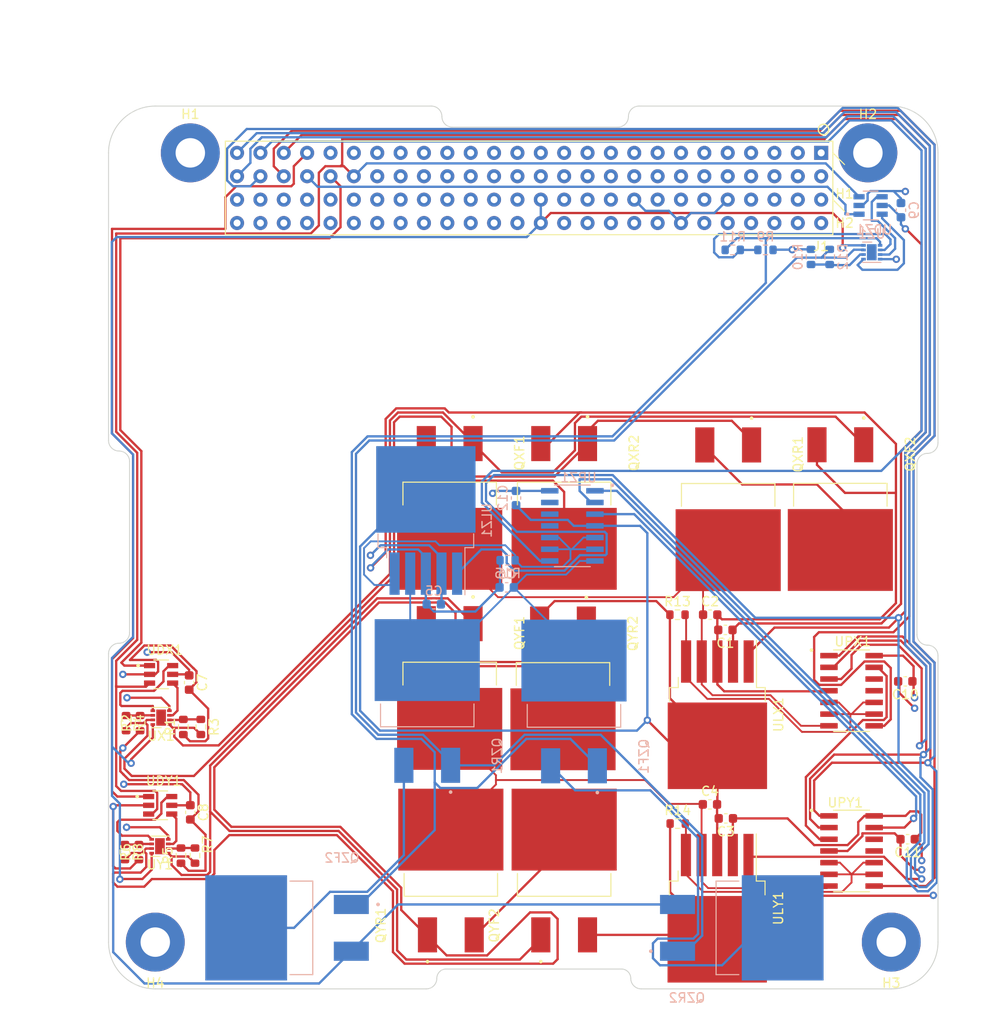
<source format=kicad_pcb>
(kicad_pcb (version 20211014) (generator pcbnew)
  (layers (0 "F.Cu" signal) (1 "In1.Cu" signal) (2 "In2.Cu" signal) (31 "B.Cu" signal) (34 "B.Paste" user) (35 "F.Paste" user) (36 "B.SilkS" user "B.Silkscreen") (37 "F.SilkS" user "F.Silkscreen") (38 "B.Mask" user) (39 "F.Mask" user) (44 "Edge.Cuts" user))
  (net 0 "")
  (net 85 "5V")
  (net 86 "GND")
  (net 87 "X_R1+")
  (net 88 "Y_R1+")
  (net 89 "Z_R1+")
  (net 90 "X_COIL_A")
  (net 91 "X_FWD")
  (net 92 "X_COIL_B")
  (net 93 "X_REV")
  (net 94 "Y_COIL_A")
  (net 95 "Y_FWD")
  (net 96 "Y_COIL_B")
  (net 97 "Y_REV")
  (net 98 "Z_COIL_A")
  (net 99 "Z_FWD")
  (net 100 "Z_COIL_B")
  (net 101 "Z_REV")
  (net 102 "Net-(R1-Pad2)")
  (net 103 "Net-(R2-Pad2)")
  (net 104 "Net-(R5-Pad2)")
  (net 105 "Net-(R6-Pad2)")
  (net 106 "Net-(R11-Pad1)")
  (net 107 "Net-(R10-Pad2)")
  (net 108 "X_R1-")
  (net 109 "Y_R1-")
  (net 110 "Z_R1-")
  (net 111 "X_S")
  (net 112 "Enable")
  (net 113 "X_REV_L")
  (net 114 "X_FWD_L")
  (net 115 "Y_S")
  (net 116 "Y_REV_L")
  (net 117 "Y_FWD_L")
  (net 118 "Z_S")
  (net 119 "Z_REV_L")
  (net 120 "Z_FWD_L")
  (net 121 "SS")
  (net 122 "SCK")
  (net 123 "SPI")
  (net 124 "X_VCON")
  (net 127 "Net-(UPX1-Pad13)")
  (net 128 "Y_VCON")
  (net 131 "Net-(UPY1-Pad13)")
  (net 132 "Z_VCON")
  (net 136 "12V")
  (footprint "MCP42010-E_SL:SOIC127P600X175-14N" (layer "F.Cu") (at 189.992 110.49)
    (fp_text reference "UPX1")
    (fp_text value "MCP42010")
  )
  (footprint "MountingHole:MountingHole_3.2mm_M3_Pad_TopBottom" (layer "F.Cu") (at 191.77 52.07)
    (fp_text reference "H2")
    (fp_text value "MountingHole_Pad")
  )
  (footprint "Resistor_SMD:R_0603_1608Metric" (layer "F.Cu") (at 117.094 128.397 90)
    (fp_text reference "R5")
    (fp_text value "1k")
  )
  (footprint "Package_DFN_QFN:DFN-8-1EP_2x2mm_P0.5mm_EP1.05x1.75mm" (layer "F.Cu") (at 114.808 127.381 180)
    (fp_text reference "UY1")
    (fp_text value "LM358_DFN")
  )
  (footprint "IRF540NSTRLPBF:TRANS_IRF540NSTRLPBF" (layer "F.Cu") (at 188.7728 90.7595 -90)
    (fp_text reference "QXF2")
    (fp_text value "IRF540N")
  )
  (footprint "Resistor_SMD:R_0603_1608Metric" (layer "F.Cu") (at 112.522 128.016 90)
    (fp_text reference "R6")
    (fp_text value "1k")
  )
  (footprint "IRF540NSTRLPBF:TRANS_IRF540NSTRLPBF" (layer "F.Cu") (at 146.304 90.6325 -90)
    (fp_text reference "QXF1")
    (fp_text value "IRF540N")
  )
  (footprint "MountingHole:MountingHole_3.2mm_M3_Pad_TopBottom" (layer "F.Cu") (at 118.11 52.07)
    (fp_text reference "H1")
    (fp_text value "MountingHole_Pad")
  )
  (footprint "IRF540NSTRLPBF:TRANS_IRF540NSTRLPBF" (layer "F.Cu") (at 146.431 130.0226 90)
    (fp_text reference "QYR1")
    (fp_text value "IRF540N")
  )
  (footprint "Resistor_SMD:R_0603_1608Metric" (layer "F.Cu") (at 171.069 102.235)
    (fp_text reference "R13")
    (fp_text value "100k")
  )
  (footprint "Capacitor_SMD:C_0603_1608Metric" (layer "F.Cu") (at 196.088 126.619 180)
    (fp_text reference "C11")
    (fp_text value "0.1u")
  )
  (footprint "MountingHole:MountingHole_3.2mm_M3_Pad_TopBottom" (layer "F.Cu") (at 114.3 137.795)
    (fp_text reference "H4")
    (fp_text value "MountingHole_Pad")
  )
  (footprint "IRF540NSTRLPBF:TRANS_IRF540NSTRLPBF" (layer "F.Cu") (at 176.5808 90.7796 -90)
    (fp_text reference "QXR1")
    (fp_text value "IRF540N")
  )
  (footprint "MCP42010-E_SL:SOIC127P600X175-14N" (layer "F.Cu") (at 189.992 127.894)
    (fp_text reference "UPY1")
    (fp_text value "MCP42010")
  )
  (footprint "IRF540NSTRLPBF:TRANS_IRF540NSTRLPBF" (layer "F.Cu") (at 146.304 110.1905 -90)
    (fp_text reference "QYF1")
    (fp_text value "IRF540N")
  )
  (footprint "Resistor_SMD:R_0603_1608Metric" (layer "F.Cu") (at 119.253 114.427 -90)
    (fp_text reference "R3")
    (fp_text value "1.5k")
  )
  (footprint "Capacitor_SMD:C_0603_1608Metric" (layer "F.Cu") (at 176.3268 124.3584 180)
    (fp_text reference "C3")
    (fp_text value "0.1u")
  )
  (footprint "IRF540NSTRLPBF:TRANS_IRF540NSTRLPBF" (layer "F.Cu") (at 158.75 130.0226 90)
    (fp_text reference "QYF2")
    (fp_text value "IRF540N")
  )
  (footprint "SN74LVC1G18DBVR:SOT95P280X145-6N" (layer "F.Cu") (at 114.935 108.712)
    (fp_text reference "UDX1")
    (fp_text value "SN74LVC1G18DBVR")
  )
  (footprint "Resistor_SMD:R_0603_1608Metric" (layer "F.Cu") (at 111.125 114.008082 -90)
    (fp_text reference "R4")
    (fp_text value "1.5k")
  )
  (footprint "Resistor_SMD:R_0603_1608Metric" (layer "F.Cu") (at 171.0944 124.9172)
    (fp_text reference "R14")
    (fp_text value "100k")
  )
  (footprint "Package_DFN_QFN:DFN-8-1EP_2x2mm_P0.5mm_EP1.05x1.75mm" (layer "F.Cu") (at 114.935 113.411 180)
    (fp_text reference "UX1")
    (fp_text value "LM358_DFN")
  )
  (footprint "pc104-connector:pc104-connector" (layer "F.Cu") (at 156.21 54.61 -90)
    (fp_text reference "J1")
    (fp_text value "PC104_Connector")
  )
  (footprint "Capacitor_SMD:C_0603_1608Metric" (layer "F.Cu") (at 117.983 109.601 -90)
    (fp_text reference "C7")
    (fp_text value "0.1u")
  )
  (footprint "Capacitor_SMD:C_0603_1608Metric" (layer "F.Cu") (at 174.625 102.235)
    (fp_text reference "C2")
    (fp_text value "10u")
  )
  (footprint "Resistor_SMD:R_0603_1608Metric" (layer "F.Cu") (at 112.649 114.008082 90)
    (fp_text reference "R2")
    (fp_text value "1k")
  )
  (footprint "Resistor_SMD:R_0603_1608Metric" (layer "F.Cu") (at 118.618 128.397 -90)
    (fp_text reference "R7")
    (fp_text value "1.5k")
  )
  (footprint "Capacitor_SMD:C_0603_1608Metric" (layer "F.Cu") (at 176.276 103.886 180)
    (fp_text reference "C1")
    (fp_text value "0.1u")
  )
  (footprint "IRF540NSTRLPBF:TRANS_IRF540NSTRLPBF" (layer "F.Cu") (at 158.75 90.6325 -90)
    (fp_text reference "QXR2")
    (fp_text value "IRF540N")
  )
  (footprint "Capacitor_SMD:C_0603_1608Metric" (layer "F.Cu") (at 174.5996 122.8344)
    (fp_text reference "C4")
    (fp_text value "10u")
  )
  (footprint "Capacitor_SMD:C_0603_1608Metric" (layer "F.Cu") (at 195.834 109.474 180)
    (fp_text reference "C10")
    (fp_text value "0.1u")
  )
  (footprint "IRF540NSTRLPBF:TRANS_IRF540NSTRLPBF" (layer "F.Cu") (at 158.623 110.236 -90)
    (fp_text reference "QYR2")
    (fp_text value "IRF540N")
  )
  (footprint "MountingHole:MountingHole_3.2mm_M3_Pad_TopBottom" (layer "F.Cu") (at 194.31 137.795)
    (fp_text reference "H3")
    (fp_text value "MountingHole_Pad")
  )
  (footprint "Package_TO_SOT_SMD:TO-263-5_TabPin3" (layer "F.Cu") (at 175.406 113.096 -90)
    (fp_text reference "ULX1")
    (fp_text value "MIC29302WU")
  )
  (footprint "Package_TO_SOT_SMD:TO-263-5_TabPin3" (layer "F.Cu") (at 175.387 134.112 -90)
    (fp_text reference "ULY1")
    (fp_text value "MIC29302WU")
  )
  (footprint "Resistor_SMD:R_0603_1608Metric" (layer "F.Cu") (at 110.998 128.016 -90)
    (fp_text reference "R8")
    (fp_text value "1.5k")
  )
  (footprint "Resistor_SMD:R_0603_1608Metric" (layer "F.Cu") (at 117.348 114.427 90)
    (fp_text reference "R1")
    (fp_text value "1k")
  )
  (footprint "Capacitor_SMD:C_0603_1608Metric" (layer "F.Cu") (at 118.11 123.698 -90)
    (fp_text reference "C8")
    (fp_text value "0.1u")
  )
  (footprint "SN74LVC1G18DBVR:SOT95P280X145-6N" (layer "F.Cu") (at 114.8365 122.936)
    (fp_text reference "UDY1")
    (fp_text value "SN74LVC1G18DBVR")
  )
  (footprint "Capacitor_SMD:C_0603_1608Metric" (layer "B.Cu") (at 153.5176 89.5604 -90)
    (fp_text reference "C12")
    (fp_text value "0.1u")
  )
  (footprint "Package_DFN_QFN:DFN-8-1EP_2x2mm_P0.5mm_EP1.05x1.75mm" (layer "B.Cu") (at 192.1886 62.865 180)
    (fp_text reference "UZ1")
    (fp_text value "LM358_DFN")
  )
  (footprint "Resistor_SMD:R_0603_1608Metric" (layer "B.Cu") (at 180.6316 62.611 180)
    (fp_text reference "R9")
    (fp_text value "1k")
  )
  (footprint "Capacitor_SMD:C_0603_1608Metric" (layer "B.Cu") (at 144.5768 101.092 180)
    (fp_text reference "C5")
    (fp_text value "0.1u")
  )
  (footprint "Resistor_SMD:R_0603_1608Metric" (layer "B.Cu") (at 152.6032 96.3168)
    (fp_text reference "R15")
    (fp_text value "100k")
  )
  (footprint "MCP42010-E_SL:SOIC127P600X175-14N" (layer "B.Cu") (at 159.639 92.583 180)
    (fp_text reference "UPZ1")
    (fp_text value "MCP42010")
  )
  (footprint "Resistor_SMD:R_0603_1608Metric" (layer "B.Cu") (at 177.0756 62.611 180)
    (fp_text reference "R11")
    (fp_text value "1.5k")
  )
  (footprint "IRF540NSTRLPBF:TRANS_IRF540NSTRLPBF" (layer "B.Cu") (at 178.0593 136.2456)
    (fp_text reference "QZR2")
    (fp_text value "IRF540N")
  )
  (footprint "Package_TO_SOT_SMD:TO-263-5_TabPin3" (layer "B.Cu") (at 143.7132 91.9988 90)
    (fp_text reference "ULZ1")
    (fp_text value "MIC29302WU")
  )
  (footprint "Capacitor_SMD:C_0603_1608Metric" (layer "B.Cu") (at 195.3636 58.293 90)
    (fp_text reference "C9")
    (fp_text value "0.1u")
  )
  (footprint "IRF540NSTRLPBF:TRANS_IRF540NSTRLPBF" (layer "B.Cu") (at 143.8656 111.6076 90)
    (fp_text reference "QZR1")
    (fp_text value "IRF540N")
  )
  (footprint "IRF540NSTRLPBF:TRANS_IRF540NSTRLPBF" (layer "B.Cu") (at 128.6256 136.2456 180)
    (fp_text reference "QZF2")
    (fp_text value "IRF540N")
  )
  (footprint "SN74LVC1G18DBVR:SOT95P280X145-6N" (layer "B.Cu") (at 192.0616 57.785)
    (fp_text reference "UDZ1")
    (fp_text value "SN74LVC1G18DBVR")
  )
  (footprint "Capacitor_SMD:C_0603_1608Metric" (layer "B.Cu") (at 152.5016 99.2632 180)
    (fp_text reference "C6")
    (fp_text value "10u")
  )
  (footprint "Resistor_SMD:R_0603_1608Metric" (layer "B.Cu") (at 187.6166 63.373 90)
    (fp_text reference "R12")
    (fp_text value "1.5k")
  )
  (footprint "IRF540NSTRLPBF:TRANS_IRF540NSTRLPBF" (layer "B.Cu") (at 159.8168 111.6584 90)
    (fp_text reference "QZF1")
    (fp_text value "IRF540N")
  )
  (footprint "Resistor_SMD:R_0603_1608Metric" (layer "B.Cu") (at 185.5846 63.373 -90)
    (fp_text reference "R10")
    (fp_text value "1k")
  )
  (gr_circle (center 186.944 49.53) (end 187.452 49.276) (layer "F.SilkS") (width 0.15) (fill none))
  (gr_arc (start 109.22 52.07) (mid 110.707898 48.477898) (end 114.3 46.99) (layer "Edge.Cuts") (width 0.1))
  (gr_arc (start 144.318223 46.99) (mid 145.126446 47.324777) (end 145.461223 48.133) (layer "Edge.Cuts") (width 0.1))
  (gr_line (start 199.39 83.566) (end 199.39 52.07) (layer "Edge.Cuts") (width 0.1))
  (gr_arc (start 110.363 84.455) (mid 111.171223 84.789777) (end 111.506 85.598) (layer "Edge.Cuts") (width 0.1))
  (gr_arc (start 109.22 106.472223) (mid 109.554777 105.664) (end 110.363 105.329223) (layer "Edge.Cuts") (width 0.1))
  (gr_line (start 146.604223 49.276) (end 164.592 49.276) (layer "Edge.Cuts") (width 0.1))
  (gr_arc (start 199.39 137.795) (mid 197.902102 141.387102) (end 194.31 142.875) (layer "Edge.Cuts") (width 0.1))
  (gr_arc (start 199.39 83.566) (mid 199.055223 84.374223) (end 198.247 84.709) (layer "Edge.Cuts") (width 0.1))
  (gr_line (start 114.3 46.99) (end 144.318223 46.99) (layer "Edge.Cuts") (width 0.1))
  (gr_line (start 109.22 106.472223) (end 109.22 137.795) (layer "Edge.Cuts") (width 0.1))
  (gr_arc (start 165.735 48.133) (mid 165.400223 48.941223) (end 164.592 49.276) (layer "Edge.Cuts") (width 0.1))
  (gr_arc (start 197.104 85.852) (mid 197.438777 85.043777) (end 198.247 84.709) (layer "Edge.Cuts") (width 0.1))
  (gr_arc (start 165.735 48.133) (mid 166.069777 47.324777) (end 166.878 46.99) (layer "Edge.Cuts") (width 0.1))
  (gr_line (start 166.878 46.99) (end 194.31 46.99) (layer "Edge.Cuts") (width 0.1))
  (gr_arc (start 167.132 142.875) (mid 166.323777 142.540223) (end 165.989 141.732) (layer "Edge.Cuts") (width 0.1))
  (gr_arc (start 198.247 105.537) (mid 197.438777 105.202223) (end 197.104 104.394) (layer "Edge.Cuts") (width 0.1))
  (gr_line (start 167.132 142.875) (end 194.31 142.875) (layer "Edge.Cuts") (width 0.1))
  (gr_line (start 197.104 104.394) (end 197.104 85.852) (layer "Edge.Cuts") (width 0.1))
  (gr_line (start 199.39 137.795) (end 199.39 106.68) (layer "Edge.Cuts") (width 0.1))
  (gr_line (start 114.3 142.875) (end 143.764 142.875) (layer "Edge.Cuts") (width 0.1))
  (gr_line (start 145.923 140.716) (end 164.973 140.716) (layer "Edge.Cuts") (width 0.1))
  (gr_arc (start 144.907 141.732) (mid 145.20458 141.01358) (end 145.923 140.716) (layer "Edge.Cuts") (width 0.1))
  (gr_arc (start 164.973 140.716) (mid 165.69142 141.01358) (end 165.989 141.732) (layer "Edge.Cuts") (width 0.1))
  (gr_arc (start 144.907 141.732) (mid 144.572223 142.540223) (end 143.764 142.875) (layer "Edge.Cuts") (width 0.1))
  (gr_arc (start 198.247 105.537) (mid 199.055223 105.871777) (end 199.39 106.68) (layer "Edge.Cuts") (width 0.1))
  (gr_arc (start 146.604223 49.276) (mid 145.796 48.941223) (end 145.461223 48.133) (layer "Edge.Cuts") (width 0.1))
  (gr_line (start 111.506 85.598) (end 111.506 104.186223) (layer "Edge.Cuts") (width 0.1))
  (gr_arc (start 111.506 104.186223) (mid 111.171223 104.994446) (end 110.363 105.329223) (layer "Edge.Cuts") (width 0.1))
  (gr_line (start 109.22 52.07) (end 109.22 83.312) (layer "Edge.Cuts") (width 0.1))
  (gr_arc (start 114.3 142.875) (mid 110.707898 141.387102) (end 109.22 137.795) (layer "Edge.Cuts") (width 0.1))
  (gr_arc (start 194.31 46.99) (mid 197.902102 48.477898) (end 199.39 52.07) (layer "Edge.Cuts") (width 0.1))
  (gr_arc (start 110.363 84.455) (mid 109.554777 84.120223) (end 109.22 83.312) (layer "Edge.Cuts") (width 0.1))
  (segment (start 195.898502 60.325) (end 195.839402 60.325) (width 0.25) (layer "F.Cu") (net 85))
  (segment (start 189.558804 127.254) (end 185.928 127.254) (width 0.25) (layer "F.Cu") (net 85))
  (segment (start 177.1018 124.3584) (end 177.087 124.3732) (width 0.25) (layer "F.Cu") (net 85))
  (segment (start 196.352 123.5964) (end 197.2056 123.5964) (width 0.25) (layer "F.Cu") (net 85))
  (segment (start 197.5612 123.952) (end 197.5612 125.9208) (width 0.25) (layer "F.Cu") (net 85))
  (segment (start 195.58 106.68) (end 196.736 107.836) (width 0.25) (layer "F.Cu") (net 85))
  (segment (start 197.5612 125.9208) (end 196.863 126.619) (width 0.25) (layer "F.Cu") (net 85))
  (segment (start 117.983 108.826) (end 117.983 108.224164) (width 0.25) (layer "F.Cu") (net 85))
  (segment (start 177.087 128.337) (end 177.087 130.087) (width 0.25) (layer "F.Cu") (net 85))
  (segment (start 195.8644 124.084) (end 196.352 123.5964) (width 0.25) (layer "F.Cu") (net 85))
  (segment (start 118.097 122.936) (end 118.11 122.923) (width 0.25) (layer "F.Cu") (net 85))
  (segment (start 177.051 103.886) (end 177.106 103.941) (width 0.25) (layer "F.Cu") (net 85))
  (segment (start 195.373 101.053598) (end 195.373 84.463906) (width 0.25) (layer "F.Cu") (net 85))
  (segment (start 177.755 103.182) (end 177.051 103.886) (width 0.25) (layer "F.Cu") (net 85))
  (segment (start 196.736 111.138) (end 196.85 111.252) (width 0.25) (layer "F.Cu") (net 85))
  (segment (start 196.736 107.836) (end 196.736 111.138) (width 0.25) (layer "F.Cu") (net 85))
  (segment (start 192.447 124.084) (end 191.395588 124.084) (width 0.25) (layer "F.Cu") (net 85))
  (segment (start 197.6177 128.938012) (end 197.6177 127.5645) (width 0.25) (layer "F.Cu") (net 85))
  (segment (start 190.722 124.757588) (end 190.722 126.090804) (width 0.25) (layer "F.Cu") (net 85))
  (segment (start 197.2056 123.5964) (end 197.5612 123.952) (width 0.25) (layer "F.Cu") (net 85))
  (segment (start 191.395588 124.084) (end 190.722 124.757588) (width 0.25) (layer "F.Cu") (net 85))
  (segment (start 177.087 124.3732) (end 177.087 128.337) (width 0.25) (layer "F.Cu") (net 85))
  (segment (start 117.983 108.224164) (end 116.062833 106.303997) (width 0.25) (layer "F.Cu") (net 85))
  (segment (start 116.062833 106.303997) (end 113.415997 106.303997) (width 0.25) (layer "F.Cu") (net 85))
  (segment (start 185.928 127.254) (end 183.0324 124.3584) (width 0.25) (layer "F.Cu") (net 85))
  (segment (start 116.0915 122.936) (end 118.097 122.936) (width 0.25) (layer "F.Cu") (net 85))
  (segment (start 177.106 103.941) (end 177.106 107.321) (width 0.25) (layer "F.Cu") (net 85))
  (segment (start 193.244598 103.182) (end 177.755 103.182) (width 0.25) (layer "F.Cu") (net 85))
  (segment (start 190.722 126.090804) (end 189.558804 127.254) (width 0.25) (layer "F.Cu") (net 85))
  (segment (start 117.869 108.712) (end 117.983 108.826) (width 0.25) (layer "F.Cu") (net 85))
  (segment (start 197.6177 127.5645) (end 197.6177 127.3737) (width 0.25) (layer "F.Cu") (net 85))
  (segment (start 183.0324 124.3584) (end 177.1018 124.3584) (width 0.25) (layer "F.Cu") (net 85))
  (segment (start 197.600302 82.236604) (end 197.600302 62.0268) (width 0.25) (layer "F.Cu") (net 85))
  (segment (start 197.600302 62.0268) (end 195.898502 60.325) (width 0.25) (layer "F.Cu") (net 85))
  (segment (start 195.373 84.463906) (end 197.600302 82.236604) (width 0.25) (layer "F.Cu") (net 85))
  (segment (start 116.19 108.712) (end 117.869 108.712) (width 0.25) (layer "F.Cu") (net 85))
  (segment (start 192.447 124.084) (end 195.8644 124.084) (width 0.25) (layer "F.Cu") (net 85))
  (segment (start 195.076299 101.350299) (end 193.244598 103.182) (width 0.25) (layer "F.Cu") (net 85))
  (segment (start 118.11 122.923) (end 118.11 121.539) (width 0.25) (layer "F.Cu") (net 85))
  (segment (start 195.076299 101.350299) (end 195.373 101.053598) (width 0.25) (layer "F.Cu") (net 85))
  (segment (start 117.216701 120.645701) (end 110.875299 120.645701) (width 0.25) (layer "F.Cu") (net 85))
  (segment (start 197.6177 127.3737) (end 196.863 126.619) (width 0.25) (layer "F.Cu") (net 85))
  (segment (start 192.447 106.68) (end 195.58 106.68) (width 0.25) (layer "F.Cu") (net 85))
  (segment (start 118.11 121.539) (end 117.216701 120.645701) (width 0.25) (layer "F.Cu") (net 85))
  (via (at 137.6934 95.7834) (size 0.8) (drill 0.4) (layers "F.Cu" "B.Cu") (net 85))
  (via (at 195.839402 60.325) (size 0.8) (drill 0.4) (layers "F.Cu" "B.Cu") (net 85))
  (via (at 113.415997 106.303997) (size 0.8) (drill 0.4) (layers "F.Cu" "B.Cu") (net 85))
  (via (at 150.9776 89.0524) (size 0.8) (drill 0.4) (layers "F.Cu" "B.Cu") (net 85))
  (via (at 197.6177 128.938012) (size 0.8) (drill 0.4) (layers "F.Cu" "B.Cu") (net 85))
  (via (at 196.85 111.252) (size 0.8) (drill 0.4) (layers "F.Cu" "B.Cu") (net 85))
  (via (at 110.875299 120.645701) (size 0.8) (drill 0.4) (layers "F.Cu" "B.Cu") (net 85))
  (segment (start 194.0806 57.785) (end 195.3636 59.068) (width 0.25) (layer "B.Cu") (net 85))
  (segment (start 137.6934 95.7834) (end 138.7856 94.6912) (width 0.25) (layer "B.Cu") (net 85))
  (segment (start 153.5176 88.7854) (end 151.2446 88.7854) (width 0.25) (layer "B.Cu") (net 85))
  (segment (start 145.4132 96.0238) (end 145.4132 97.7738) (width 0.25) (layer "B.Cu") (net 85))
  (segment (start 153.5176 88.7854) (end 157.1716 88.7854) (width 0.25) (layer "B.Cu") (net 85))
  (segment (start 145.4132 97.7738) (end 145.4132 101.0306) (width 0.25) (layer "B.Cu") (net 85))
  (segment (start 145.4132 101.0306) (end 145.3518 101.092) (width 0.25) (layer "B.Cu") (net 85))
  (segment (start 144.0806 94.6912) (end 145.4132 96.0238) (width 0.25) (layer "B.Cu") (net 85))
  (segment (start 193.3166 57.785) (end 194.0806 57.785) (width 0.25) (layer "B.Cu") (net 85))
  (segment (start 138.7856 94.6912) (end 144.0806 94.6912) (width 0.25) (layer "B.Cu") (net 85))
  (segment (start 157.1716 88.7854) (end 157.184 88.773) (width 0.25) (layer "B.Cu") (net 85))
  (segment (start 151.2446 88.7854) (end 150.9776 89.0524) (width 0.25) (layer "B.Cu") (net 85))
  (segment (start 195.3636 59.068) (end 195.3636 59.849198) (width 0.25) (layer "B.Cu") (net 85))
  (segment (start 195.3636 59.849198) (end 195.839402 60.325) (width 0.25) (layer "B.Cu") (net 85))
  (segment (start 114.3 108.712) (end 113.68 108.712) (width 0.25) (layer "F.Cu") (net 86))
  (segment (start 191.172 126.2772) (end 191.172 125.984) (width 0.25) (layer "F.Cu") (net 86))
  (segment (start 194.818 83.6847) (end 191.4045 80.2712) (width 0.25) (layer "F.Cu") (net 86))
  (segment (start 117.92 130.048) (end 119.761 130.048) (width 0.25) (layer "F.Cu") (net 86))
  (segment (start 113.68 108.712) (end 110.7755 108.712) (width 0.25) (layer "F.Cu") (net 86))
  (segment (start 189.2808 89.0016) (end 186.2328 85.9536) (width 0.25) (layer "F.Cu") (net 86))
  (segment (start 160.434904 80.2712) (end 160.6224 80.2712) (width 0.25) (layer "F.Cu") (net 86))
  (segment (start 118.447585 108.037768) (end 118.433 108.037768) (width 0.25) (layer "F.Cu") (net 86))
  (segment (start 175.897 102.732) (end 175.4 102.235) (width 0.25) (layer "F.Cu") (net 86))
  (segment (start 175.406 103.981) (end 175.406 107.321) (width 0.25) (layer "F.Cu") (net 86))
  (segment (start 187.537 110.49) (end 187.473 110.554) (width 0.25) (layer "F.Cu") (net 86))
  (segment (start 194.818 100.972202) (end 193.058202 102.732) (width 0.25) (layer "F.Cu") (net 86))
  (segment (start 157.714 100.755) (end 168.764 100.755) (width 0.25) (layer "F.Cu") (net 86))
  (segment (start 160.6224 80.2712) (end 146.212392 80.2712) (width 0.25) (layer "F.Cu") (net 86))
  (segment (start 175.4 102.235) (end 175.4 103.785) (width 0.25) (layer "F.Cu") (net 86))
  (segment (start 156.083 102.386) (end 157.714 100.755) (width 0.25) (layer "F.Cu") (net 86))
  (segment (start 109.855 122.936) (end 109.728 123.063) (width 0.25) (layer "F.Cu") (net 86))
  (segment (start 195.186 110.731) (end 195.186 109.474) (width 0.25) (layer "F.Cu") (net 86))
  (segment (start 168.764 100.755) (end 170.244 102.235) (width 0.25) (layer "F.Cu") (net 86))
  (segment (start 156.083 103.251) (end 156.083 102.386) (width 0.25) (layer "F.Cu") (net 86))
  (segment (start 194.818 88.9508) (end 194.818 100.972202) (width 0.25) (layer "F.Cu") (net 86))
  (segment (start 175.387 124.5232) (end 175.5518 124.3584) (width 0.25) (layer "F.Cu") (net 86))
  (segment (start 113.116399 105.578997) (end 111.548396 107.147) (width 0.25) (layer "F.Cu") (net 86))
  (segment (start 112.649 114.8395) (end 110.7755 116.713) (width 0.25) (layer "F.Cu") (net 86))
  (segment (start 118.999 121.791604) (end 117.403097 120.195701) (width 0.25) (layer "F.Cu") (net 86))
  (segment (start 110.8456 119.590697) (end 110.8456 119.5832) (width 0.25) (layer "F.Cu") (net 86))
  (segment (start 195.313 128.384) (end 195.313 126.619) (width 0.25) (layer "F.Cu") (net 86))
  (segment (start 118.073 115.977) (end 119.745462 115.977) (width 0.25) (layer "F.Cu") (net 86))
  (segment (start 161.29 137.0076) (end 174.9076 137.0076) (width 0.25) (layer "F.Cu") (net 86))
  (segment (start 114.935 111.252) (end 111.2255 111.252) (width 0.25) (layer "F.Cu") (net 86))
  (segment (start 175.4 103.785) (end 175.501 103.886) (width 0.25) (layer "F.Cu") (net 86))
  (segment (start 175.406 123.1586) (end 175.406 116.471) (width 0.25) (layer "F.Cu") (net 86))
  (segment (start 115.974229 105.578997) (end 113.116399 105.578997) (width 0.25) (layer "F.Cu") (net 86))
  (segment (start 145.762392 79.8212) (end 140.495608 79.8212) (width 0.25) (layer "F.Cu") (net 86))
  (segment (start 187.473 110.554) (end 176.149 110.554) (width 0.25) (layer "F.Cu") (net 86))
  (segment (start 117.094 129.222) (end 117.92 130.048) (width 0.25) (layer "F.Cu") (net 86))
  (segment (start 146.212392 80.2712) (end 145.762392 79.8212) (width 0.25) (layer "F.Cu") (net 86))
  (segment (start 114.796301 125.319301) (end 111.177 125.319301) (width 0.25) (layer "F.Cu") (net 86))
  (segment (start 113.5815 122.936) (end 109.855 122.936) (width 0.25) (layer "F.Cu") (net 86))
  (segment (start 195.313 126.619) (end 194.678 125.984) (width 0.25) (layer "F.Cu") (net 86))
  (segment (start 111.569 129.794) (end 109.982 129.794) (width 0.25) (layer "F.Cu") (net 86))
  (segment (start 114.61 107.361164) (end 114.61 108.402) (width 0.25) (layer "F.Cu") (net 86))
  (segment (start 117.403097 120.195701) (end 111.450604 120.195701) (width 0.25) (layer "F.Cu") (net 86))
  (segment (start 118.999 123.584) (end 118.999 121.791604) (width 0.25) (layer "F.Cu") (net 86))
  (segment (start 118.460817 109.898183) (end 118.460817 109.885183) (width 0.25) (layer "F.Cu") (net 86))
  (segment (start 189.5552 127.894) (end 187.537 127.894) (width 0.25) (layer "F.Cu") (net 86))
  (segment (start 170.244 102.235) (end 170.244 111.309) (width 0.25) (layer "F.Cu") (net 86))
  (segment (start 174.9076 137.0076) (end 175.387 137.487) (width 0.25) (layer "F.Cu") (net 86))
  (segment (start 109.982 129.794) (end 109.728 129.54) (width 0.25) (layer "F.Cu") (net 86))
  (segment (start 175.3746 123.19) (end 175.3746 124.6892) (width 0.25) (layer "F.Cu") (net 86))
  (segment (start 175.387 126.537) (end 175.387 128.337) (width 0.25) (layer "F.Cu") (net 86))
  (segment (start 120.053 115.669462) (end 120.053 112.446) (width 0.25) (layer "F.Cu") (net 86))
  (segment (start 175.406 109.811) (end 175.406 107.321) (width 0.25) (layer "F.Cu") (net 86))
  (segment (start 198.882 132.715) (end 198.838 132.759) (width 0.25) (layer "F.Cu") (net 86))
  (segment (start 139.3444 80.972408) (end 139.3444 95.506861) (width 0.25) (layer "F.Cu") (net 86))
  (segment (start 170.2694 124.9172) (end 170.2694 132.3694) (width 0.25) (layer "F.Cu") (net 86))
  (segment (start 156.21 83.6475) (end 157.058604 83.6475) (width 0.25) (layer "F.Cu") (net 86))
  (segment (start 186.2328 85.9536) (end 186.2328 83.7745) (width 0.25) (layer "F.Cu") (net 86))
  (segment (start 198.838 132.759) (end 186.3344 132.759) (width 0.25) (layer "F.Cu") (net 86))
  (segment (start 118.460817 109.885183) (end 118.783 109.563) (width 0.25) (layer "F.Cu") (net 86))
  (segment (start 111.450604 120.195701) (end 110.8456 119.590697) (width 0.25) (layer "F.Cu") (net 86))
  (segment (start 175.3746 123.19) (end 175.406 123.1586) (width 0.25) (layer "F.Cu") (net 86))
  (segment (start 157.0937 83.6475) (end 156.21 83.6475) (width 0.25) (layer "F.Cu") (net 86))
  (segment (start 170.573 116.471) (end 167.7924 113.6904) (width 0.25) (layer "F.Cu") (net 86))
  (segment (start 111.548396 107.147) (end 114.395836 107.147) (width 0.25) (layer "F.Cu") (net 86))
  (segment (start 196.866514 129.937514) (end 195.313 128.384) (width 0.25) (layer "F.Cu") (net 86))
  (segment (start 117.094 129.222) (end 117.094 129.54) (width 0.25) (layer "F.Cu") (net 86))
  (segment (start 119.761 126.124) (end 118.11 124.473) (width 0.25) (layer "F.Cu") (net 86))
  (segment (start 115.708 126.231) (end 114.796301 125.319301) (width 0.25) (layer "F.Cu") (net 86))
  (segment (start 112.649 114.833082) (end 112.649 114.8395) (width 0.25) (layer "F.Cu") (net 86))
  (segment (start 118.11 124.473) (end 118.999 123.584) (width 0.25) (layer "F.Cu") (net 86))
  (segment (start 118.783 108.373183) (end 118.447585 108.037768) (width 0.25) (layer "F.Cu") (net 86))
  (segment (start 110.501 116.9875) (end 110.7755 116.713) (width 0.25) (layer "F.Cu") (net 86))
  (segment (start 194.7672 89.0016) (end 194.818 88.9508) (width 0.25) (layer "F.Cu") (net 86))
  (segment (start 191.172 126.2772) (end 189.5552 127.894) (width 0.25) (layer "F.Cu") (net 86))
  (segment (start 194.818 88.9508) (end 194.818 83.6847) (width 0.25) (layer "F.Cu") (net 86))
  (segment (start 119.745462 115.977) (end 120.053 115.669462) (width 0.25) (layer "F.Cu") (net 86))
  (segment (start 191.172 125.984) (end 194.678 125.984) (width 0.25) (layer "F.Cu") (net 86))
  (segment (start 117.258918 115.341082) (end 117.348 115.252) (width 0.25) (layer "F.Cu") (net 86))
  (segment (start 117.983 110.376) (end 118.460817 109.898183) (width 0.25) (layer "F.Cu") (net 86))
  (segment (start 110.501 119.2386) (end 110.501 116.9875) (width 0.25) (layer "F.Cu") (net 86))
  (segment (start 118.783 109.563) (end 118.783 108.373183) (width 0.25) (layer "F.Cu") (net 86))
  (segment (start 197.617758 129.937514) (end 196.866514 129.937514) (width 0.25) (layer "F.Cu") (net 86))
  (segment (start 191.4045 80.2712) (end 160.6224 80.2712) (width 0.25) (layer "F.Cu") (net 86))
  (segment (start 181.6064 137.487) (end 175.387 137.487) (width 0.25) (layer "F.Cu") (net 86))
  (segment (start 114.395836 107.147) (end 114.61 107.361164) (width 0.25) (layer "F.Cu") (net 86))
  (segment (start 114.61 108.402) (end 114.3 108.712) (width 0.25) (layer "F.Cu") (net 86))
  (segment (start 110.8456 119.5832) (end 110.501 119.2386) (width 0.25) (layer "F.Cu") (net 86))
  (segment (start 170.244 111.309) (end 175.406 116.471) (width 0.25) (layer "F.Cu") (net 86))
  (segment (start 176.149 110.554) (end 175.406 109.811) (width 0.25) (layer "F.Cu") (net 86))
  (segment (start 109.728 129.54) (end 109.728 123.063) (width 0.25) (layer "F.Cu") (net 86))
  (segment (start 186.3344 132.759) (end 181.6064 137.487) (width 0.25) (layer "F.Cu") (net 86))
  (segment (start 139.3444 95.506861) (end 137.707405 97.143856) (width 0.25) (layer "F.Cu") (net 86))
  (segment (start 118.433 108.037768) (end 115.974229 105.578997) (width 0.25) (layer "F.Cu") (net 86))
  (segment (start 193.058202 102.732) (end 175.897 102.732) (width 0.25) (layer "F.Cu") (net 86))
  (segment (start 189.2808 89.0016) (end 194.7672 89.0016) (width 0.25) (layer "F.Cu") (net 86))
  (segment (start 157.058604 83.6475) (end 160.434904 80.2712) (width 0.25) (layer "F.Cu") (net 86))
  (segment (start 175.501 103.886) (end 175.406 103.981) (width 0.25) (layer "F.Cu") (net 86))
  (segment (start 170.2694 132.3694) (end 175.387 137.487) (width 0.25) (layer "F.Cu") (net 86))
  (segment (start 139.3444 80.972408) (end 140.495608 79.8212) (width 0.25) (layer "F.Cu") (net 86))
  (segment (start 119.761 130.048) (end 119.761 126.124) (width 0.25) (layer "F.Cu") (net 86))
  (segment (start 115.835 112.152) (end 114.935 111.252) (width 0.25) (layer "F.Cu") (net 86))
  (segment (start 115.835 112.661) (end 115.835 112.152) (width 0.25) (layer "F.Cu") (net 86))
  (segment (start 196.85 112.395) (end 195.186 110.731) (width 0.25) (layer "F.Cu") (net 86))
  (segment (start 117.348 115.252) (end 118.073 115.977) (width 0.25) (layer "F.Cu") (net 86))
  (segment (start 115.708 126.631) (end 115.708 126.231) (width 0.25) (layer "F.Cu") (net 86))
  (segment (start 112.522 128.841) (end 111.569 129.794) (width 0.25) (layer "F.Cu") (net 86))
  (segment (start 120.053 112.446) (end 117.983 110.376) (width 0.25) (layer "F.Cu") (net 86))
  (segment (start 175.387 128.337) (end 175.387 124.5232) (width 0.25) (layer "F.Cu") (net 86))
  (segment (start 175.406 116.471) (end 170.573 116.471) (width 0.25) (layer "F.Cu") (net 86))
  (via (at 183.5404 62.5856) (size 0.8) (drill 0.4) (layers "F.Cu" "B.Cu") (net 86))
  (via (at 109.728 123.063) (size 0.8) (drill 0.4) (layers "F.Cu" "B.Cu") (net 86))
  (via (at 111.2255 111.252) (size 0.8) (drill 0.4) (layers "F.Cu" "B.Cu") (net 86))
  (via (at 111.177 125.319301) (size 0.8) (drill 0.4) (layers "F.Cu" "B.Cu") (net 86))
  (via (at 195.839402 56.261) (size 0.8) (drill 0.4) (layers "F.Cu" "B.Cu") (net 86))
  (via (at 167.7924 113.6904) (size 0.8) (drill 0.4) (layers "F.Cu" "B.Cu") (net 86))
  (via (at 137.707405 97.143856) (size 0.8) (drill 0.4) (layers "F.Cu" "B.Cu") (net 86))
  (via (at 197.617758 129.937514) (size 0.8) (drill 0.4) (layers "F.Cu" "B.Cu") (net 86))
  (via (at 198.882 132.715) (size 0.8) (drill 0.4) (layers "F.Cu" "B.Cu") (net 86))
  (via (at 194.8556 63.627) (size 0.8) (drill 0.4) (layers "F.Cu" "B.Cu") (net 86))
  (via (at 110.7755 116.713) (size 0.8) (drill 0.4) (layers "F.Cu" "B.Cu") (net 86))
  (via (at 196.85 112.395) (size 0.8) (drill 0.4) (layers "F.Cu" "B.Cu") (net 86))
  (via (at 110.7755 108.712) (size 0.8) (drill 0.4) (layers "F.Cu" "B.Cu") (net 86))
  (segment (start 162.094 92.583) (end 166.99802 92.583) (width 0.25) (layer "B.Cu") (net 86))
  (segment (start 136.5684 94.8256) (end 136.5684 112.665604) (width 0.25) (layer "B.Cu") (net 86))
  (segment (start 159.7914 92.583) (end 159.1464 91.938) (width 0.25) (layer "B.Cu") (net 86))
  (segment (start 191.7366 57.235836) (end 191.7366 56.515) (width 0.25) (layer "B.Cu") (net 86))
  (segment (start 193.0886 63.615) (end 194.8436 63.615) (width 0.25) (layer "B.Cu") (net 86))
  (segment (start 113.1264 142.2856) (end 109.728 138.8872) (width 0.25) (layer "B.Cu") (net 86))
  (segment (start 109.728 138.8872) (end 109.728 123.063) (width 0.25) (layer "B.Cu") (net 86))
  (segment (start 135.6106 138.7856) (end 132.1106 142.2856) (width 0.25) (layer "B.Cu") (net 86))
  (segment (start 149.0978 101.892) (end 144.6018 101.892) (width 0.25) (layer "B.Cu") (net 86))
  (segment (start 143.7132 101.0034) (end 143.8018 101.092) (width 0.25) (layer "B.Cu") (net 86))
  (segment (start 167.5892 58.3692) (end 166.37 57.15) (width 0.25) (layer "B.Cu") (net 86))
  (segment (start 191.7366 56.515) (end 192.0316 56.22) (width 0.25) (layer "B.Cu") (net 86))
  (segment (start 181.482 62.5856) (end 181.4566 62.611) (width 0.25) (layer "B.Cu") (net 86))
  (segment (start 194.8436 63.615) (end 194.8556 63.627) (width 0.25) (layer "B.Cu") (net 86))
  (segment (start 143.7132 88.6238) (end 142.7702 88.6238) (width 0.25) (layer "B.Cu") (net 86))
  (segment (start 190.8066 57.785) (end 191.187436 57.785) (width 0.25) (layer "B.Cu") (net 86))
  (segment (start 171.0743 133.7056) (end 140.6906 133.7056) (width 0.25) (layer "B.Cu") (net 86))
  (segment (start 185.5846 62.548) (end 183.578 62.548) (width 0.25) (layer "B.Cu") (net 86))
  (segment (start 192.0316 56.22) (end 194.5606 56.22) (width 0.25) (layer "B.Cu") (net 86))
  (segment (start 175.077 58.603) (end 172.537 58.603) (width 0.25) (layer "B.Cu") (net 86))
  (segment (start 166.99802 92.583) (end 167.7924 93.37738) (width 0.25) (layer "B.Cu") (net 86))
  (segment (start 142.7702 88.6238) (end 136.5684 94.8256) (width 0.25) (layer "B.Cu") (net 86))
  (segment (start 140.6906 133.7056) (end 135.6106 138.7856) (width 0.25) (layer "B.Cu") (net 86))
  (segment (start 151.7266 99.2632) (end 149.0978 101.892) (width 0.25) (layer "B.Cu") (net 86))
  (segment (start 159.7914 92.583) (end 162.094 92.583) (width 0.25) (layer "B.Cu") (net 86))
  (segment (start 138.725196 114.8224) (end 166.6604 114.8224) (width 0.25) (layer "B.Cu") (net 86))
  (segment (start 137.707405 97.039095) (end 139.5977 95.1488) (width 0.25) (layer "B.Cu") (net 86))
  (segment (start 155.1202 91.938) (end 153.5176 90.3354) (width 0.25) (layer "B.Cu") (net 86))
  (segment (start 151.7782 96.3168) (end 151.7782 99.2116) (width 0.25) (layer "B.Cu") (net 86))
  (segment (start 144.6018 101.892) (end 143.8018 101.092) (width 0.25) (layer "B.Cu") (net 86))
  (segment (start 166.6604 114.8224) (end 167.7924 113.6904) (width 0.25) (layer "B.Cu") (net 86))
  (segment (start 183.578 62.548) (end 183.5404 62.5856) (width 0.25) (layer "B.Cu") (net 86))
  (segment (start 143.7132 95.9738) (end 143.7132 97.7738) (width 0.25) (layer "B.Cu") (net 86))
  (segment (start 175.077 58.603) (end 176.53 57.15) (width 0.25) (layer "B.Cu") (net 86))
  (segment (start 195.798402 56.22) (end 195.839402 56.261) (width 0.25) (layer "B.Cu") (net 86))
  (segment (start 183.5404 62.5856) (end 181.482 62.5856) (width 0.25) (layer "B.Cu") (net 86))
  (segment (start 142.8882 95.1488) (end 143.7132 95.9738) (width 0.25) (layer "B.Cu") (net 86))
  (segment (start 170.1292 58.3692) (end 167.5892 58.3692) (width 0.25) (layer "B.Cu") (net 86))
  (segment (start 159.1464 91.938) (end 155.1202 91.938) (width 0.25) (layer "B.Cu") (net 86))
  (segment (start 194.5606 56.22) (end 195.798402 56.22) (width 0.25) (layer "B.Cu") (net 86))
  (segment (start 143.7132 97.7738) (end 143.7132 101.0034) (width 0.25) (layer "B.Cu") (net 86))
  (segment (start 143.7132 95.7072) (end 143.7132 97.7738) (width 0.25) (layer "B.Cu") (net 86))
  (segment (start 167.7924 93.37738) (end 167.7924 113.6904) (width 0.25) (layer "B.Cu") (net 86))
  (segment (start 137.707405 97.143856) (end 137.707405 97.039095) (width 0.25) (layer "B.Cu") (net 86))
  (segment (start 195.3636 57.518) (end 195.3636 57.023) (width 0.25) (layer "B.Cu") (net 86))
  (segment (start 132.1106 142.2856) (end 113.1264 142.2856) (width 0.25) (layer "B.Cu") (net 86))
  (segment (start 151.7782 99.2116) (end 151.7266 99.2632) (width 0.25) (layer "B.Cu") (net 86))
  (segment (start 181.5196 62.548) (end 181.4566 62.611) (width 0.25) (layer "B.Cu") (net 86))
  (segment (start 172.537 58.603) (end 171.45 59.69) (width 0.25) (layer "B.Cu") (net 86))
  (segment (start 191.187436 57.785) (end 191.7366 57.235836) (width 0.25) (layer "B.Cu") (net 86))
  (segment (start 139.5977 95.1488) (end 142.8882 95.1488) (width 0.25) (layer "B.Cu") (net 86))
  (segment (start 136.5684 112.665604) (end 138.725196 114.8224) (width 0.25) (layer "B.Cu") (net 86))
  (segment (start 171.45 59.69) (end 170.1292 58.3692) (width 0.25) (layer "B.Cu") (net 86))
  (segment (start 195.3636 57.023) (end 194.5606 56.22) (width 0.25) (layer "B.Cu") (net 86))
  (segment (start 181.179686 110.979) (end 174.879 110.979) (width 0.2) (layer "F.Cu") (net 87))
  (segment (start 184.500686 114.3) (end 181.179686 110.979) (width 0.2) (layer "F.Cu") (net 87))
  (segment (start 173.85 98.3925) (end 177.038 95.2045) (width 0.2) (layer "F.Cu") (net 87))
  (segment (start 173.706 102.379) (end 173.85 102.235) (width 0.2) (layer "F.Cu") (net 87))
  (segment (start 177.038 95.2045) (end 175.768 95.2045) (width 0.2) (layer "F.Cu") (net 87))
  (segment (start 187.537 114.3) (end 184.500686 114.3) (width 0.2) (layer "F.Cu") (net 87))
  (segment (start 173.706 107.321) (end 173.706 102.379) (width 0.2) (layer "F.Cu") (net 87))
  (segment (start 170.6425 100.33) (end 151.5565 100.33) (width 0.2) (layer "F.Cu") (net 87))
  (segment (start 174.879 110.979) (end 173.706 109.806) (width 0.2) (layer "F.Cu") (net 87))
  (segment (start 173.706 109.806) (end 173.706 107.321) (width 0.2) (layer "F.Cu") (net 87))
  (segment (start 151.5565 100.33) (end 146.304 95.0775) (width 0.2) (layer "F.Cu") (net 87))
  (segment (start 175.768 95.2045) (end 170.6425 100.33) (width 0.2) (layer "F.Cu") (net 87))
  (segment (start 173.85 102.235) (end 173.85 98.3925) (width 0.2) (layer "F.Cu") (net 87))
  (segment (start 173.687 123.3276) (end 173.8246 123.19) (width 0.2) (layer "F.Cu") (net 88))
  (segment (start 173.8246 123.19) (end 173.4182 122.7836) (width 0.2) (layer "F.Cu") (net 88))
  (segment (start 173.687 128.337) (end 173.687 123.3276) (width 0.2) (layer "F.Cu") (net 88))
  (segment (start 170.1292 122.7836) (end 167.5384 120.1928) (width 0.2) (layer "F.Cu") (net 88))
  (segment (start 151.3332 119.6647) (end 146.304 114.6355) (width 0.2) (layer "F.Cu") (net 88))
  (segment (start 167.5384 120.1928) (end 151.3332 120.1928) (width 0.2) (layer "F.Cu") (net 88))
  (segment (start 173.4182 122.7836) (end 170.1292 122.7836) (width 0.2) (layer "F.Cu") (net 88))
  (segment (start 187.307 131.934) (end 174.4028 131.934) (width 0.2) (layer "F.Cu") (net 88))
  (segment (start 187.537 131.704) (end 187.307 131.934) (width 0.2) (layer "F.Cu") (net 88))
  (segment (start 151.3332 120.6754) (end 146.431 125.5776) (width 0.2) (layer "F.Cu") (net 88))
  (segment (start 173.687 131.2182) (end 173.687 128.337) (width 0.2) (layer "F.Cu") (net 88))
  (segment (start 151.3332 120.1928) (end 151.3332 120.6754) (width 0.2) (layer "F.Cu") (net 88))
  (segment (start 174.4028 131.934) (end 173.687 131.2182) (width 0.2) (layer "F.Cu") (net 88))
  (segment (start 151.3332 120.1928) (end 151.3332 119.6647) (width 0.2) (layer "F.Cu") (net 88))
  (segment (start 153.2766 99.2632) (end 145.3772 107.1626) (width 0.2) (layer "B.Cu") (net 89))
  (segment (start 158.958241 97.878) (end 154.6618 97.878) (width 0.2) (layer "B.Cu") (net 89))
  (segment (start 142.0132 105.3102) (end 143.8656 107.1626) (width 0.2) (layer "B.Cu") (net 89))
  (segment (start 162.094 96.393) (end 160.44324 96.393) (width 0.2) (layer "B.Cu") (net 89))
  (segment (start 154.6618 97.878) (end 153.2766 99.2632) (width 0.2) (layer "B.Cu") (net 89))
  (segment (start 160.44324 96.393) (end 158.958241 97.878) (width 0.2) (layer "B.Cu") (net 89))
  (segment (start 146.2786 107.1626) (end 143.8656 107.1626) (width 0.2) (layer "B.Cu") (net 89))
  (segment (start 159.766 107.1626) (end 159.8168 107.2134) (width 0.2) (layer "B.Cu") (net 89))
  (segment (start 159.8168 105.8034) (end 159.8168 107.2134) (width 0.2) (layer "B.Cu") (net 89))
  (segment (start 142.0132 97.7738) (end 142.0132 105.3102) (width 0.2) (layer "B.Cu") (net 89))
  (segment (start 153.2766 99.2632) (end 159.8168 105.8034) (width 0.2) (layer "B.Cu") (net 89))
  (segment (start 145.3772 107.1626) (end 143.8656 107.1626) (width 0.2) (layer "B.Cu") (net 89))
  (segment (start 143.764 83.6475) (end 143.764 85.598) (width 0.25) (layer "F.Cu") (net 90))
  (segment (start 145.8396 87.6736) (end 157.5236 87.6736) (width 0.25) (layer "F.Cu") (net 90))
  (segment (start 157.5236 87.6736) (end 158.75 88.9) (width 0.25) (layer "F.Cu") (net 90))
  (segment (start 143.764 85.598) (end 145.8396 87.6736) (width 0.25) (layer "F.Cu") (net 90))
  (segment (start 158.75 88.9) (end 158.75 95.0775) (width 0.25) (layer "F.Cu") (net 90))
  (segment (start 139.8088 81.144404) (end 140.682004 80.2712) (width 0.25) (layer "F.Cu") (net 91))
  (segment (start 116.190082 114.516082) (end 116.369918 114.516082) (width 0.25) (layer "F.Cu") (net 91))
  (segment (start 148.844 83.539204) (end 148.844 83.6475) (width 0.25) (layer "F.Cu") (net 91))
  (segment (start 148.844 83.6475) (end 151.9701 86.7736) (width 0.25) (layer "F.Cu") (net 91))
  (segment (start 117.305538 116.427) (end 121.187208 116.427) (width 0.25) (layer "F.Cu") (net 91))
  (segment (start 160.6213 80.7212) (end 188.2595 80.7212) (width 0.25) (layer "F.Cu") (net 91))
  (segment (start 116.369918 114.516082) (end 116.369918 115.49138) (width 0.25) (layer "F.Cu") (net 91))
  (segment (start 118.517082 114.516082) (end 119.253 115.252) (width 0.25) (layer "F.Cu") (net 91))
  (segment (start 151.9701 86.7736) (end 157.527504 86.7736) (width 0.25) (layer "F.Cu") (net 91))
  (segment (start 115.835 114.161) (end 116.190082 114.516082) (width 0.25) (layer "F.Cu") (net 91))
  (segment (start 159.925 84.376104) (end 159.925 81.4175) (width 0.25) (layer "F.Cu") (net 91))
  (segment (start 159.925 81.4175) (end 160.6213 80.7212) (width 0.25) (layer "F.Cu") (net 91))
  (segment (start 140.682004 80.2712) (end 145.575996 80.2712) (width 0.25) (layer "F.Cu") (net 91))
  (segment (start 188.2595 80.7212) (end 191.3128 83.7745) (width 0.25) (layer "F.Cu") (net 91))
  (segment (start 116.369918 114.516082) (end 118.517082 114.516082) (width 0.25) (layer "F.Cu") (net 91))
  (segment (start 121.187208 116.427) (end 139.8088 97.805408) (width 0.25) (layer "F.Cu") (net 91))
  (segment (start 116.369918 115.49138) (end 117.305538 116.427) (width 0.25) (layer "F.Cu") (net 91))
  (segment (start 145.575996 80.2712) (end 148.844 83.539204) (width 0.25) (layer "F.Cu") (net 91))
  (segment (start 139.8088 97.805408) (end 139.8088 81.144404) (width 0.25) (layer "F.Cu") (net 91))
  (segment (start 157.527504 86.7736) (end 159.925 84.376104) (width 0.25) (layer "F.Cu") (net 91))
  (segment (start 119.507 115.278082) (end 119.507 115.341082) (width 0.25) (layer "F.Cu") (net 91))
  (segment (start 174.498 84.4804) (end 178.1048 88.0872) (width 0.25) (layer "F.Cu") (net 92))
  (segment (start 189.23 91.0844) (end 189.23 95.2045) (width 0.25) (layer "F.Cu") (net 92))
  (segment (start 186.2328 88.0872) (end 189.23 91.0844) (width 0.25) (layer "F.Cu") (net 92))
  (segment (start 178.1048 88.0872) (end 186.2328 88.0872) (width 0.25) (layer "F.Cu") (net 92))
  (segment (start 174.498 83.7745) (end 174.498 84.4804) (width 0.25) (layer "F.Cu") (net 92))
  (segment (start 113.143772 113.905772) (end 113.449 114.211) (width 0.25) (layer "F.Cu") (net 93))
  (segment (start 146.5072 81.8388) (end 146.5072 87.0022) (width 0.25) (layer "F.Cu") (net 93))
  (segment (start 161.29 83.6475) (end 161.29 82.296) (width 0.25) (layer "F.Cu") (net 93))
  (segment (start 113.449 114.211) (end 113.449 115.3785) (width 0.25) (layer "F.Cu") (net 93))
  (segment (start 113.388544 113.661) (end 113.143772 113.905772) (width 0.25) (layer "F.Cu") (net 93))
  (segment (start 110.951 118.952) (end 111.744701 119.745701) (width 0.25) (layer "F.Cu") (net 93))
  (segment (start 113.143772 113.905772) (end 113.041462 114.008082) (width 0.25) (layer "F.Cu") (net 93))
  (segment (start 111.744701 119.745701) (end 118.504903 119.745701) (width 0.25) (layer "F.Cu") (net 93))
  (segment (start 111.633 114.008082) (end 111.125 114.516082) (width 0.25) (layer "F.Cu") (net 93))
  (segment (start 111.125 114.516082) (end 111.125 114.833082) (width 0.25) (layer "F.Cu") (net 93))
  (segment (start 140.2588 81.3308) (end 140.8684 80.7212) (width 0.25) (layer "F.Cu") (net 93))
  (segment (start 140.8684 80.7212) (end 145.3896 80.7212) (width 0.25) (layer "F.Cu") (net 93))
  (segment (start 157.7139 87.2236) (end 161.29 83.6475) (width 0.25) (layer "F.Cu") (net 93))
  (segment (start 113.449 115.3785) (end 110.951 117.8765) (width 0.25) (layer "F.Cu") (net 93))
  (segment (start 176.9747 81.1712) (end 179.578 83.7745) (width 0.25) (layer "F.Cu") (net 93))
  (segment (start 162.4148 81.1712) (end 176.9747 81.1712) (width 0.25) (layer "F.Cu") (net 93))
  (segment (start 161.29 82.296) (end 162.4148 81.1712) (width 0.25) (layer "F.Cu") (net 93))
  (segment (start 146.5072 87.0022) (end 146.7286 87.2236) (width 0.25) (layer "F.Cu") (net 93))
  (segment (start 145.3896 80.7212) (end 146.5072 81.8388) (width 0.25) (layer "F.Cu") (net 93))
  (segment (start 146.7286 87.2236) (end 157.7139 87.2236) (width 0.25) (layer "F.Cu") (net 93))
  (segment (start 140.2588 97.991804) (end 140.2588 81.3308) (width 0.25) (layer "F.Cu") (net 93))
  (segment (start 110.951 117.8765) (end 110.951 118.952) (width 0.25) (layer "F.Cu") (net 93))
  (segment (start 114.035 113.661) (end 113.388544 113.661) (width 0.25) (layer "F.Cu") (net 93))
  (segment (start 113.041462 114.008082) (end 111.633 114.008082) (width 0.25) (layer "F.Cu") (net 93))
  (segment (start 118.504903 119.745701) (end 140.2588 97.991804) (width 0.25) (layer "F.Cu") (net 93))
  (segment (start 147.574 107.823) (end 156.9974 107.823) (width 0.25) (layer "F.Cu") (net 94))
  (segment (start 156.9974 107.823) (end 158.623 109.4486) (width 0.25) (layer "F.Cu") (net 94))
  (segment (start 158.623 109.4486) (end 158.623 114.681) (width 0.25) (layer "F.Cu") (net 94))
  (segment (start 143.764 103.2055) (end 143.764 104.013) (width 0.25) (layer "F.Cu") (net 94))
  (segment (start 143.764 104.013) (end 147.574 107.823) (width 0.25) (layer "F.Cu") (net 94))
  (segment (start 134.2318 125.7228) (end 140.589 132.08) (width 0.25) (layer "F.Cu") (net 95))
  (segment (start 140.589 138.684) (end 141.5926 139.6876) (width 0.25) (layer "F.Cu") (net 95))
  (segment (start 146.0955 100.457) (end 148.844 103.2055) (width 0.25) (layer "F.Cu") (net 95))
  (segment (start 122.37 125.7228) (end 120.269 123.6218) (width 0.25) (layer "F.Cu") (net 95))
  (segment (start 140.589 132.08) (end 140.589 138.684) (width 0.25) (layer "F.Cu") (net 95))
  (segment (start 153.9364 139.6876) (end 156.21 137.414) (width 0.25) (layer "F.Cu") (net 95))
  (segment (start 120.269 123.6218) (end 120.269 118.618) (width 0.25) (layer "F.Cu") (net 95))
  (segment (start 116.074 129.419462) (end 117.152538 130.498) (width 0.25) (layer "F.Cu") (net 95))
  (segment (start 116.074 128.497) (end 116.074 129.419462) (width 0.25) (layer "F.Cu") (net 95))
  (segment (start 119.947396 130.498) (end 120.269 130.176396) (width 0.25) (layer "F.Cu") (net 95))
  (segment (start 120.269 118.618) (end 138.43 100.457) (width 0.25) (layer "F.Cu") (net 95))
  (segment (start 115.708 128.131) (end 116.074 128.497) (width 0.25) (layer "F.Cu") (net 95))
  (segment (start 117.152538 130.498) (end 119.947396 130.498) (width 0.25) (layer "F.Cu") (net 95))
  (segment (start 120.269 130.176396) (end 120.269 123.6218) (width 0.25) (layer "F.Cu") (net 95))
  (segment (start 116.074 128.497) (end 117.893 128.497) (width 0.25) (layer "F.Cu") (net 95))
  (segment (start 117.893 128.497) (end 118.618 129.222) (width 0.25) (layer "F.Cu") (net 95))
  (segment (start 134.2318 125.7228) (end 122.37 125.7228) (width 0.25) (layer "F.Cu") (net 95))
  (segment (start 141.5926 139.6876) (end 153.9364 139.6876) (width 0.25) (layer "F.Cu") (net 95))
  (segment (start 119.947396 130.498) (end 120.211 130.234396) (width 0.25) (layer "F.Cu") (net 95))
  (segment (start 138.43 100.457) (end 146.0955 100.457) (width 0.25) (layer "F.Cu") (net 95))
  (segment (start 149.098 136.271) (end 149.098 137.922) (width 0.25) (layer "F.Cu") (net 96))
  (segment (start 148.971 137.16) (end 158.75 127.381) (width 0.25) (layer "F.Cu") (net 96))
  (segment (start 158.75 127.381) (end 158.75 125.73) (width 0.25) (layer "F.Cu") (net 96))
  (segment (start 146.939 102.05) (end 146.939 106.551604) (width 0.25) (layer "F.Cu") (net 97))
  (segment (start 141.039 131.893604) (end 134.418196 125.2728) (width 0.25) (layer "F.Cu") (net 97))
  (segment (start 113.035731 127.894731) (end 112.814462 128.116) (width 0.25) (layer "F.Cu") (net 97))
  (segment (start 141.039 134.308) (end 141.039 131.893604) (width 0.25) (layer "F.Cu") (net 97))
  (segment (start 109.728 131.318) (end 110.1852 131.7752) (width 0.25) (layer "F.Cu") (net 97))
  (segment (start 113.035731 127.894731) (end 113.322 128.181) (width 0.25) (layer "F.Cu") (net 97))
  (segment (start 109.728 130.371) (end 109.728 131.318) (width 0.25) (layer "F.Cu") (net 97))
  (segment (start 140.139 132.266396) (end 140.139 138.870396) (width 0.25) (layer "F.Cu") (net 97))
  (segment (start 150.3732 139.2376) (end 145.9686 139.2376) (width 0.25) (layer "F.Cu") (net 97))
  (segment (start 158.0388 139.6492) (end 158.0388 135.2804) (width 0.25) (layer "F.Cu") (net 97))
  (segment (start 120.719 127.7946) (end 122.3408 126.1728) (width 0.25) (layer "F.Cu") (net 97))
  (segment (start 113.1028 131.7752) (end 113.93 130.948) (width 0.25) (layer "F.Cu") (net 97))
  (segment (start 141.406204 140.1376) (end 157.5504 140.1376) (width 0.25) (layer "F.Cu") (net 97))
  (segment (start 122.3408 126.1728) (end 134.045404 126.1728) (width 0.25) (layer "F.Cu") (net 97))
  (segment (start 120.719 118.804396) (end 138.616396 100.907) (width 0.25) (layer "F.Cu") (net 97))
  (segment (start 112.707 130.244) (end 109.855 130.244) (width 0.25) (layer "F.Cu") (net 97))
  (segment (start 113.93 130.948) (end 120.133792 130.948) (width 0.25) (layer "F.Cu") (net 97))
  (segment (start 110.1852 131.7752) (end 113.1028 131.7752) (width 0.25) (layer "F.Cu") (net 97))
  (segment (start 157.5504 140.1376) (end 158.0388 139.6492) (width 0.25) (layer "F.Cu") (net 97))
  (segment (start 144.018 137.414) (end 144.018 137.922) (width 0.25) (layer "F.Cu") (net 97))
  (segment (start 157.041 107.373) (end 161.163 103.251) (width 0.25) (layer "F.Cu") (net 97))
  (segment (start 158.0388 135.2804) (end 157.3276 134.5692) (width 0.25) (layer "F.Cu") (net 97))
  (segment (start 120.719 123.4114) (end 120.719 118.804396) (width 0.25) (layer "F.Cu") (net 97))
  (segment (start 145.796 100.907) (end 146.939 102.05) (width 0.25) (layer "F.Cu") (net 97))
  (segment (start 134.045404 126.1728) (end 140.139 132.266396) (width 0.25) (layer "F.Cu") (net 97))
  (segment (start 122.5804 125.2728) (end 120.719 123.4114) (width 0.25) (layer "F.Cu") (net 97))
  (segment (start 113.299462 127.631) (end 113.035731 127.894731) (width 0.25) (layer "F.Cu") (net 97))
  (segment (start 146.939 106.551604) (end 147.760396 107.373) (width 0.25) (layer "F.Cu") (net 97))
  (segment (start 113.322 129.629) (end 112.707 130.244) (width 0.25) (layer "F.Cu") (net 97))
  (segment (start 145.9686 139.2376) (end 141.039 134.308) (width 0.25) (layer "F.Cu") (net 97))
  (segment (start 147.760396 107.373) (end 157.041 107.373) (width 0.25) (layer "F.Cu") (net 97))
  (segment (start 120.719 130.362792) (end 120.719 127.7946) (width 0.25) (layer "F.Cu") (net 97))
  (segment (start 112.814462 128.116) (end 111.723 128.116) (width 0.25) (layer "F.Cu") (net 97))
  (segment (start 120.133792 130.948) (end 120.719 130.362792) (width 0.25) (layer "F.Cu") (net 97))
  (segment (start 109.855 130.244) (end 109.728 130.371) (width 0.25) (layer "F.Cu") (net 97))
  (segment (start 140.139 138.870396) (end 141.406204 140.1376) (width 0.25) (layer "F.Cu") (net 97))
  (segment (start 111.723 128.116) (end 110.998 128.841) (width 0.25) (layer "F.Cu") (net 97))
  (segment (start 113.908 127.631) (end 113.299462 127.631) (width 0.25) (layer "F.Cu") (net 97))
  (segment (start 138.616396 100.907) (end 145.796 100.907) (width 0.25) (layer "F.Cu") (net 97))
  (segment (start 134.418196 125.2728) (end 122.5804 125.2728) (width 0.25) (layer "F.Cu") (net 97))
  (segment (start 157.3276 134.5692) (end 155.0416 134.5692) (width 0.25) (layer "F.Cu") (net 97))
  (segment (start 113.322 128.181) (end 113.322 129.629) (width 0.25) (layer "F.Cu") (net 97))
  (segment (start 155.0416 134.5692) (end 150.3732 139.2376) (width 0.25) (layer "F.Cu") (net 97))
  (segment (start 172.794804 137.414) (end 173.3043 136.904504) (width 0.25) (layer "B.Cu") (net 98))
  (segment (start 175.9204 140.3096) (end 169.164 140.3096) (width 0.25) (layer "B.Cu") (net 98))
  (segment (start 182.5043 136.2456) (end 179.9844 136.2456) (width 0.25) (layer "B.Cu") (net 98))
  (segment (start 159.9438 121.3104) (end 157.2768 118.6434) (width 0.25) (layer "B.Cu") (net 98))
  (segment (start 179.9844 136.2456) (end 175.9204 140.3096) (width 0.25) (layer "B.Cu") (net 98))
  (segment (start 169.164 140.3096) (end 168.402 139.5476) (width 0.25) (layer "B.Cu") (net 98))
  (segment (start 173.3043 126.493496) (end 168.121204 121.3104) (width 0.25) (layer "B.Cu") (net 98))
  (segment (start 173.3043 136.904504) (end 173.3043 126.493496) (width 0.25) (layer "B.Cu") (net 98))
  (segment (start 168.121204 121.3104) (end 159.9438 121.3104) (width 0.25) (layer "B.Cu") (net 98))
  (segment (start 168.402 139.5476) (end 168.402 137.922) (width 0.25) (layer "B.Cu") (net 98))
  (segment (start 168.402 137.922) (end 168.91 137.414) (width 0.25) (layer "B.Cu") (net 98))
  (segment (start 168.91 137.414) (end 172.794804 137.414) (width 0.25) (layer "B.Cu") (net 98))
  (segment (start 144.6784 117.171596) (end 143.229204 115.7224) (width 0.25) (layer "B.Cu") (net 99))
  (segment (start 180.6702 66.191004) (end 180.6702 61.341) (width 0.25) (layer "B.Cu") (net 99))
  (segment (start 192.6966 61.341) (end 180.6702 61.341) (width 0.25) (layer "B.Cu") (net 99))
  (segment (start 149.3012 121.0564) (end 154.6352 115.7224) (width 0.25) (layer "B.Cu") (net 99))
  (segment (start 135.6684 113.038396) (end 135.6684 84.573604) (width 0.25) (layer "B.Cu") (net 99))
  (segment (start 138.352404 115.7224) (end 135.6684 113.038396) (width 0.25) (layer "B.Cu") (net 99))
  (segment (start 144.6784 120.4468) (end 145.288 121.0564) (width 0.25) (layer "B.Cu") (net 99))
  (segment (start 135.6684 84.573604) (end 137.380004 82.862) (width 0.25) (layer "B.Cu") (net 99))
  (segment (start 154.6352 115.7224) (end 159.4358 115.7224) (width 0.25) (layer "B.Cu") (net 99))
  (segment (start 145.288 121.0564) (end 149.3012 121.0564) (width 0.25) (layer "B.Cu") (net 99))
  (segment (start 193.0886 62.115) (end 193.0886 61.733) (width 0.25) (layer "B.Cu") (net 99))
  (segment (start 163.999204 82.862) (end 180.6702 66.191004) (width 0.25) (layer "B.Cu") (net 99))
  (segment (start 137.380004 82.862) (end 163.999204 82.862) (width 0.25) (layer "B.Cu") (net 99))
  (segment (start 177.5206 61.341) (end 180.6702 61.341) (width 0.25) (layer "B.Cu") (net 99))
  (segment (start 176.2506 62.611) (end 177.5206 61.341) (width 0.25) (layer "B.Cu") (net 99))
  (segment (start 144.6784 125.6284) (end 136.6012 133.7056) (width 0.25) (layer "B.Cu") (net 99))
  (segment (start 144.6784 120.4468) (end 144.6784 117.171596) (width 0.25) (layer "B.Cu") (net 99))
  (segment (start 143.229204 115.7224) (end 138.352404 115.7224) (width 0.25) (layer "B.Cu") (net 99))
  (segment (start 159.4358 115.7224) (end 162.3568 118.6434) (width 0.25) (layer "B.Cu") (net 99))
  (segment (start 136.0606 133.2556) (end 135.6106 133.7056) (width 0.25) (layer "B.Cu") (net 99))
  (segment (start 193.0886 61.733) (end 192.6966 61.341) (width 0.25) (layer "B.Cu") (net 99))
  (segment (start 144.6784 120.4468) (end 144.6784 125.6284) (width 0.25) (layer "B.Cu") (net 99))
  (segment (start 136.6012 133.7056) (end 135.6106 133.7056) (width 0.25) (layer "B.Cu") (net 99))
  (segment (start 137.336404 132.334) (end 133.2992 132.334) (width 0.25) (layer "B.Cu") (net 100))
  (segment (start 133.2992 132.334) (end 129.3876 136.2456) (width 0.25) (layer "B.Cu") (net 100))
  (segment (start 141.3256 118.5926) (end 141.3256 128.344804) (width 0.25) (layer "B.Cu") (net 100))
  (segment (start 141.3256 128.344804) (end 137.336404 132.334) (width 0.25) (layer "B.Cu") (net 100))
  (segment (start 129.3876 136.2456) (end 124.1806 136.2456) (width 0.25) (layer "B.Cu") (net 100))
  (segment (start 143.4156 115.2724) (end 146.4056 118.2624) (width 0.25) (layer "B.Cu") (net 101))
  (segment (start 186.7154 63.4492) (end 184.0484 63.4492) (width 0.25) (layer "B.Cu") (net 101))
  (segment (start 172.0596 138.7856) (end 171.0743 138.7856) (width 0.25) (layer "B.Cu") (net 101))
  (segment (start 162.7196 115.2724) (end 173.7543 126.3071) (width 0.25) (layer "B.Cu") (net 101))
  (segment (start 187.6166 62.548) (end 187.7086 62.64) (width 0.25) (layer "B.Cu") (net 101))
  (segment (start 137.5664 83.312) (end 136.1184 84.76) (width 0.25) (layer "B.Cu") (net 101))
  (segment (start 191.2636 62.59) (end 191.2886 62.615) (width 0.25) (layer "B.Cu") (net 101))
  (segment (start 164.1856 83.312) (end 137.5664 83.312) (width 0.25) (layer "B.Cu") (net 101))
  (segment (start 138.5388 115.2724) (end 143.4156 115.2724) (width 0.25) (layer "B.Cu") (net 101))
  (segment (start 136.1184 112.852) (end 138.5388 115.2724) (width 0.25) (layer "B.Cu") (net 101))
  (segment (start 173.7543 126.3071) (end 173.7543 137.0909) (width 0.25) (layer "B.Cu") (net 101))
  (segment (start 184.0484 63.4492) (end 164.1856 83.312) (width 0.25) (layer "B.Cu") (net 101))
  (segment (start 146.4056 118.5926) (end 151.128604 118.5926) (width 0.25) (layer "B.Cu") (net 101))
  (segment (start 151.128604 118.5926) (end 154.448804 115.2724) (width 0.25) (layer "B.Cu") (net 101))
  (segment (start 190.2416 62.59) (end 191.2636 62.59) (width 0.25) (layer "B.Cu") (net 101))
  (segment (start 154.448804 115.2724) (end 162.7196 115.2724) (width 0.25) (layer "B.Cu") (net 101))
  (segment (start 136.1184 84.76) (end 136.1184 112.852) (width 0.25) (layer "B.Cu") (net 101))
  (segment (start 146.4056 118.2624) (end 146.4056 118.5926) (width 0.25) (layer "B.Cu") (net 101))
  (segment (start 173.7543 137.0909) (end 172.0596 138.7856) (width 0.25) (layer "B.Cu") (net 101))
  (segment (start 186.7154 63.4492) (end 189.3824 63.4492) (width 0.25) (layer "B.Cu") (net 101))
  (segment (start 189.3824 63.4492) (end 190.2416 62.59) (width 0.25) (layer "B.Cu") (net 101))
  (segment (start 187.6166 62.548) (end 187.6836 62.615) (width 0.25) (layer "B.Cu") (net 101))
  (segment (start 187.6166 62.548) (end 186.7154 63.4492) (width 0.25) (layer "B.Cu") (net 101))
  (segment (start 115.835 113.661) (end 117.289 113.661) (width 0.25) (layer "F.Cu") (net 102))
  (segment (start 117.348 113.602) (end 119.253 113.602) (width 0.25) (layer "F.Cu") (net 102))
  (segment (start 117.289 113.661) (end 117.348 113.602) (width 0.25) (layer "F.Cu") (net 102))
  (segment (start 112.671082 113.161) (end 112.649 113.183082) (width 0.25) (layer "F.Cu") (net 103))
  (segment (start 112.649 113.183082) (end 111.125 113.183082) (width 0.25) (layer "F.Cu") (net 103))
  (segment (start 114.035 113.161) (end 112.671082 113.161) (width 0.25) (layer "F.Cu") (net 103))
  (segment (start 115.708 127.631) (end 117.035 127.631) (width 0.25) (layer "F.Cu") (net 104))
  (segment (start 117.094 127.572) (end 118.618 127.572) (width 0.25) (layer "F.Cu") (net 104))
  (segment (start 117.035 127.631) (end 117.094 127.572) (width 0.25) (layer "F.Cu") (net 104))
  (segment (start 113.908 127.131) (end 112.582 127.131) (width 0.25) (layer "F.Cu") (net 105))
  (segment (start 112.522 127.191) (end 110.998 127.191) (width 0.25) (layer "F.Cu") (net 105))
  (segment (start 112.582 127.131) (end 112.522 127.191) (width 0.25) (layer "F.Cu") (net 105))
  (segment (start 175.583 60.891) (end 175.0568 61.4172) (width 0.25) (layer "B.Cu") (net 106))
  (segment (start 194.2206 61.469396) (end 193.642204 60.891) (width 0.25) (layer "B.Cu") (net 106))
  (segment (start 179.8066 62.611) (end 177.9006 62.611) (width 0.25) (layer "B.Cu") (net 106))
  (segment (start 194.2206 61.983) (end 194.2206 61.469396) (width 0.25) (layer "B.Cu") (net 106))
  (segment (start 179.8066 62.407142) (end 179.8066 62.611) (width 0.25) (layer "B.Cu") (net 106))
  (segment (start 177.1006 63.411) (end 177.9006 62.611) (width 0.25) (layer "B.Cu") (net 106))
  (segment (start 193.0886 62.615) (end 193.5886 62.615) (width 0.25) (layer "B.Cu") (net 106))
  (segment (start 193.5886 62.615) (end 194.2206 61.983) (width 0.25) (layer "B.Cu") (net 106))
  (segment (start 175.5774 63.411) (end 177.1006 63.411) (width 0.25) (layer "B.Cu") (net 106))
  (segment (start 175.0568 62.8904) (end 175.5774 63.411) (width 0.25) (layer "B.Cu") (net 106))
  (segment (start 193.642204 60.891) (end 175.583 60.891) (width 0.25) (layer "B.Cu") (net 106))
  (segment (start 175.0568 61.4172) (end 175.0568 62.8904) (width 0.25) (layer "B.Cu") (net 106))
  (segment (start 187.6806 64.262) (end 187.6166 64.198) (width 0.25) (layer "B.Cu") (net 107))
  (segment (start 189.7756 64.262) (end 187.6806 64.262) (width 0.25) (layer "B.Cu") (net 107))
  (segment (start 187.6166 64.198) (end 185.5846 64.198) (width 0.25) (layer "B.Cu") (net 107))
  (segment (start 190.9226 63.115) (end 189.7756 64.262) (width 0.25) (layer "B.Cu") (net 107))
  (segment (start 191.2886 63.115) (end 190.9226 63.115) (width 0.25) (layer "B.Cu") (net 107))
  (segment (start 172.006 102.25) (end 172.006 107.321) (width 0.2) (layer "F.Cu") (net 108))
  (segment (start 187.537 113.03) (end 189.865 113.03) (width 0.2) (layer "F.Cu") (net 108))
  (segment (start 191.262 111.76) (end 189.992 113.03) (width 0.2) (layer "F.Cu") (net 108))
  (segment (start 172.006 109.071) (end 174.314 111.379) (width 0.2) (layer "F.Cu") (net 108))
  (segment (start 172.021 102.235) (end 172.006 102.25) (width 0.2) (layer "F.Cu") (net 108))
  (segment (start 189.865 114.432768) (end 189.865 113.03) (width 0.2) (layer "F.Cu") (net 108))
  (segment (start 174.314 111.379) (end 181.014 111.379) (width 0.2) (layer "F.Cu") (net 108))
  (segment (start 189.992 113.03) (end 192.447 113.03) (width 0.2) (layer "F.Cu") (net 108))
  (segment (start 181.014 111.379) (end 184.5954 114.9604) (width 0.2) (layer "F.Cu") (net 108))
  (segment (start 184.5954 114.9604) (end 189.337368 114.9604) (width 0.2) (layer "F.Cu") (net 108))
  (segment (start 172.006 107.321) (end 172.006 109.071) (width 0.2) (layer "F.Cu") (net 108))
  (segment (start 192.447 111.76) (end 191.262 111.76) (width 0.2) (layer "F.Cu") (net 108))
  (segment (start 188.595 111.76) (end 189.865 113.03) (width 0.2) (layer "F.Cu") (net 108))
  (segment (start 187.537 111.76) (end 188.595 111.76) (width 0.2) (layer "F.Cu") (net 108))
  (segment (start 189.337368 114.9604) (end 189.865 114.432768) (width 0.2) (layer "F.Cu") (net 108))
  (segment (start 189.865 113.03) (end 189.992 113.03) (width 0.2) (layer "F.Cu") (net 108))
  (segment (start 189.997 130.434) (end 190.114 130.434) (width 0.2) (layer "F.Cu") (net 109))
  (segment (start 188.727 129.164) (end 189.997 130.434) (width 0.2) (layer "F.Cu") (net 109))
  (segment (start 189.992 130.429) (end 189.992 131.318) (width 0.2) (layer "F.Cu") (net 109))
  (segment (start 192.447 129.164) (end 191.267 129.164) (width 0.2) (layer "F.Cu") (net 109))
  (segment (start 171.987 130.458) (end 171.987 128.337) (width 0.2) (layer "F.Cu") (net 109))
  (segment (start 188.976 132.334) (end 173.863 132.334) (width 0.2) (layer "F.Cu") (net 109))
  (segment (start 190.114 130.434) (end 192.447 130.434) (width 0.2) (layer "F.Cu") (net 109))
  (segment (start 189.992 131.318) (end 188.976 132.334) (width 0.2) (layer "F.Cu") (net 109))
  (segment (start 187.537 130.434) (end 189.997 130.434) (width 0.2) (layer "F.Cu") (net 109))
  (segment (start 171.9194 124.9172) (end 171.987 124.9848) (width 0.2) (layer "F.Cu") (net 109))
  (segment (start 187.537 129.164) (end 188.727 129.164) (width 0.2) (layer "F.Cu") (net 109))
  (segment (start 171.987 124.9848) (end 171.987 128.337) (width 0.2) (layer "F.Cu") (net 109))
  (segment (start 191.267 129.164) (end 189.997 130.434) (width 0.2) (layer "F.Cu") (net 109))
  (segment (start 173.863 132.334) (end 171.987 130.458) (width 0.2) (layer "F.Cu") (net 109))
  (segment (start 162.094 93.853) (end 160.8582 93.853) (width 0.2) (layer "B.Cu") (net 110))
  (segment (start 152.3492 94.6912) (end 145.1864 94.6912) (width 0.2) (layer "B.Cu") (net 110))
  (segment (start 160.8582 93.853) (end 159.5882 95.123) (width 0.2) (layer "B.Cu") (net 110))
  (segment (start 162.094 95.123) (end 159.5882 95.123) (width 0.2) (layer "B.Cu") (net 110))
  (segment (start 138.1252 99.0092) (end 139.7508 99.0092) (width 0.2) (layer "B.Cu") (net 110))
  (segment (start 158.1658 93.853) (end 159.4358 95.123) (width 0.2) (layer "B.Cu") (net 110))
  (segment (start 157.184 93.853) (end 158.1658 93.853) (width 0.2) (layer "B.Cu") (net 110))
  (segment (start 144.7614 94.2662) (end 137.72884 94.2662) (width 0.2) (layer "B.Cu") (net 110))
  (segment (start 159.4358 95.123) (end 157.184 95.123) (width 0.2) (layer "B.Cu") (net 110))
  (segment (start 153.4282 95.7702) (end 152.3492 94.6912) (width 0.2) (layer "B.Cu") (net 110))
  (segment (start 154.1394 97.028) (end 158.5976 97.028) (width 0.2) (layer "B.Cu") (net 110))
  (segment (start 136.9934 95.00164) (end 136.9934 97.8774) (width 0.2) (layer "B.Cu") (net 110))
  (segment (start 159.5882 95.123) (end 159.4358 95.123) (width 0.2) (layer "B.Cu") (net 110))
  (segment (start 136.9934 97.8774) (end 138.1252 99.0092) (width 0.2) (layer "B.Cu") (net 110))
  (segment (start 137.72884 94.2662) (end 136.9934 95.00164) (width 0.2) (layer "B.Cu") (net 110))
  (segment (start 159.4358 96.1898) (end 159.4358 95.123) (width 0.2) (layer "B.Cu") (net 110))
  (segment (start 153.4282 96.3168) (end 154.1394 97.028) (width 0.2) (layer "B.Cu") (net 110))
  (segment (start 153.4282 96.3168) (end 153.4282 95.7702) (width 0.2) (layer "B.Cu") (net 110))
  (segment (start 158.5976 97.028) (end 159.4358 96.1898) (width 0.2) (layer "B.Cu") (net 110))
  (segment (start 145.1864 94.6912) (end 144.7614 94.2662) (width 0.2) (layer "B.Cu") (net 110))
  (segment (start 112.787 105.272) (end 110.617 107.442) (width 0.25) (layer "F.Cu") (net 111))
  (segment (start 134.437 55.697) (end 134.437 60.140251) (width 0.25) (layer "F.Cu") (net 111))
  (segment (start 112.787 84.463208) (end 112.787 105.272) (width 0.25) (layer "F.Cu") (net 111))
  (segment (start 110.501 61.341) (end 110.501 82.177208) (width 0.25) (layer "F.Cu") (net 111))
  (segment (start 110.937 107.762) (end 113.68 107.762) (width 0.25) (layer "F.Cu") (net 111))
  (segment (start 110.617 107.442) (end 110.937 107.762) (width 0.25) (layer "F.Cu") (net 111))
  (segment (start 110.501 82.177208) (end 112.787 84.463208) (width 0.25) (layer "F.Cu") (net 111))
  (segment (start 133.236251 61.341) (end 110.501 61.341) (width 0.25) (layer "F.Cu") (net 111))
  (segment (start 134.437 60.140251) (end 133.236251 61.341) (width 0.25) (layer "F.Cu") (net 111))
  (segment (start 133.35 54.61) (end 134.437 55.697) (width 0.25) (layer "F.Cu") (net 111))
  (segment (start 195.0985 102.5652) (end 195.1228 102.5652) (width 0.25) (layer "F.Cu") (net 112))
  (segment (start 134.62 53.34) (end 134.62 50.557) (width 0.25) (layer "F.Cu") (net 112))
  (segment (start 198.050302 51.630302) (end 198.050302 82.423) (width 0.25) (layer "F.Cu") (net 112))
  (segment (start 114.5115 123.336836) (end 113.962336 123.886) (width 0.25) (layer "F.Cu") (net 112))
  (segment (start 194.056 103.632) (end 195.0985 102.5895) (width 0.25) (layer "F.Cu") (net 112))
  (segment (start 134.437 53.523) (end 134.803 53.523) (width 0.25) (layer "F.Cu") (net 112))
  (segment (start 181.61 103.632) (end 178.806 106.436) (width 0.25) (layer "F.Cu") (net 112))
  (segment (start 132.08 54.229) (end 132.786 53.523) (width 0.25) (layer "F.Cu") (net 112))
  (segment (start 110.051 107.247396) (end 112.337 104.961396) (width 0.25) (layer "F.Cu") (net 112))
  (segment (start 132.08 59.957251) (end 132.08 54.229) (width 0.25) (layer "F.Cu") (net 112))
  (segment (start 112.337 84.649604) (end 110.051 82.363604) (width 0.25) (layer "F.Cu") (net 112))
  (segment (start 198.050302 82.423) (end 195.823 84.650302) (width 0.25) (layer "F.Cu") (net 112))
  (segment (start 194.056 103.632) (end 181.61 103.632) (width 0.25) (layer "F.Cu") (net 112))
  (segment (start 112.337 104.961396) (end 112.337 84.649604) (width 0.25) (layer "F.Cu") (net 112))
  (segment (start 110.051 60.833) (end 131.204251 60.833) (width 0.25) (layer "F.Cu") (net 112))
  (segment (start 113.962336 123.886) (end 113.5815 123.886) (width 0.25) (layer "F.Cu") (net 112))
  (segment (start 195.1228 102.5652) (end 195.823 101.865) (width 0.25) (layer "F.Cu") (net 112))
  (segment (start 194.818 48.398) (end 198.050302 51.630302) (width 0.25) (layer "F.Cu") (net 112))
  (segment (start 178.974 128.524) (end 178.787 128.337) (width 0.25) (layer "F.Cu") (net 112))
  (segment (start 110.051 109.913) (end 110.051 107.247396) (width 0.25) (layer "F.Cu") (net 112))
  (segment (start 134.437 53.523) (end 134.62 53.34) (width 0.25) (layer "F.Cu") (net 112))
  (segment (start 193.512016 128.524) (end 178.974 128.524) (width 0.25) (layer "F.Cu") (net 112))
  (segment (start 187.071 50.557) (end 189.23 48.398) (width 0.25) (layer "F.Cu") (net 112))
  (segment (start 110.051 110.051) (end 110.051 120.846) (width 0.25) (layer "F.Cu") (net 112))
  (segment (start 132.786 53.523) (end 134.437 53.523) (width 0.25) (layer "F.Cu") (net 112))
  (segment (start 110.051 82.363604) (end 110.051 60.833) (width 0.25) (layer "F.Cu") (net 112))
  (segment (start 110.051 109.913) (end 110.051 110.051) (width 0.25) (layer "F.Cu") (net 112))
  (segment (start 113.291 110.051) (end 110.051 110.051) (width 0.25) (layer "F.Cu") (net 112))
  (segment (start 134.803 53.523) (end 135.89 54.61) (width 0.25) (layer "F.Cu") (net 112))
  (segment (start 178.66 106.582) (end 178.66 106.801) (width 0.25) (layer "F.Cu") (net 112))
  (segment (start 189.23 48.398) (end 194.818 48.398) (width 0.25) (layer "F.Cu") (net 112))
  (segment (start 195.925016 130.937) (end 193.512016 128.524) (width 0.25) (layer "F.Cu") (net 112))
  (segment (start 178.806 106.436) (end 178.806 107.321) (width 0.25) (layer "F.Cu") (net 112))
  (segment (start 195.0985 102.5895) (end 195.0985 102.5652) (width 0.25) (layer "F.Cu") (net 112))
  (segment (start 114.5115 121.585164) (end 114.5115 123.336836) (width 0.25) (layer "F.Cu") (net 112))
  (segment (start 113.68 109.662) (end 113.291 110.051) (width 0.25) (layer "F.Cu") (net 112))
  (segment (start 110.051 120.846) (end 110.576 121.371) (width 0.25) (layer "F.Cu") (net 112))
  (segment (start 195.823 84.650302) (end 195.823 101.865) (width 0.25) (layer "F.Cu") (net 112))
  (segment (start 134.62 50.557) (end 187.071 50.557) (width 0.25) (layer "F.Cu") (net 112))
  (segment (start 110.576 121.371) (end 114.297336 121.371) (width 0.25) (layer "F.Cu") (net 112))
  (segment (start 114.297336 121.371) (end 114.5115 121.585164) (width 0.25) (layer "F.Cu") (net 112))
  (segment (start 197.612 130.937) (end 195.925016 130.937) (width 0.25) (layer "F.Cu") (net 112))
  (segment (start 131.204251 60.833) (end 132.08 59.957251) (width 0.25) (layer "F.Cu") (net 112))
  (via (at 197.612 130.937) (size 0.8) (drill 0.4) (layers "F.Cu" "B.Cu") (net 112))
  (via (at 195.0985 102.5652) (size 0.8) (drill 0.4) (layers "F.Cu" "B.Cu") (net 112))
  (segment (start 152.5032 96.609262) (end 152.5032 95.7088) (width 0.25) (layer "B.Cu") (net 112))
  (segment (start 149.7382 95.1488) (end 147.1132 97.7738) (width 0.25) (layer "B.Cu") (net 112))
  (segment (start 198.365 127.165407) (end 198.365 121.404396) (width 0.25) (layer "B.Cu") (net 112))
  (segment (start 158.7822 97.453) (end 153.346938 97.453) (width 0.25) (layer "B.Cu") (net 112))
  (segment (start 151.1372 87.064) (end 150.2526 87.9486) (width 0.25) (layer "B.Cu") (net 112))
  (segment (start 163.238016 95.768) (end 160.4672 95.768) (width 0.25) (layer "B.Cu") (net 112))
  (segment (start 195.0985 118.137896) (end 195.0985 102.5652) (width 0.25) (layer "B.Cu") (net 112))
  (segment (start 150.2526 89.876616) (end 153.603984 93.228) (width 0.25) (layer "B.Cu") (net 112))
  (segment (start 151.9432 95.1488) (end 149.7382 95.1488) (width 0.25) (layer "B.Cu") (net 112))
  (segment (start 160.4672 95.768) (end 158.7822 97.453) (width 0.25) (layer "B.Cu") (net 112))
  (segment (start 135.89 54.61) (end 137.287 53.213) (width 0.25) (layer "B.Cu") (net 112))
  (segment (start 163.369 95.637016) (end 163.238016 95.768) (width 0.25) (layer "B.Cu") (net 112))
  (segment (start 163.154016 93.228) (end 163.369 93.442984) (width 0.25) (layer "B.Cu") (net 112))
  (segment (start 197.317453 130.662514) (end 196.8927 130.237761) (width 0.25) (layer "B.Cu") (net 112))
  (segment (start 150.2526 87.9486) (end 150.2526 89.876616) (width 0.25) (layer "B.Cu") (net 112))
  (segment (start 196.8927 128.637707) (end 198.365 127.165407) (width 0.25) (layer "B.Cu") (net 112))
  (segment (start 198.365 121.404396) (end 195.0985 118.137896) (width 0.25) (layer "B.Cu") (net 112))
  (segment (start 153.346938 97.453) (end 152.5032 96.609262) (width 0.25) (layer "B.Cu") (net 112))
  (segment (start 137.287 53.213) (end 187.1846 53.213) (width 0.25) (layer "B.Cu") (net 112))
  (segment (start 195.0985 102.5652) (end 179.525804 102.5652) (width 0.25) (layer "B.Cu") (net 112))
  (segment (start 197.632486 130.662514) (end 197.317453 130.662514) (width 0.25) (layer "B.Cu") (net 112))
  (segment (start 197.612 130.937) (end 197.358 130.937) (width 0.25) (layer "B.Cu") (net 112))
  (segment (start 153.603984 93.228) (end 163.154016 93.228) (width 0.25) (layer "B.Cu") (net 112))
  (segment (start 164.024604 87.064) (end 151.1372 87.064) (width 0.25) (layer "B.Cu") (net 112))
  (segment (start 147.3834 98.044) (end 147.1132 97.7738) (width 0.25) (layer "B.Cu") (net 112))
  (segment (start 197.358 130.937) (end 197.632486 130.662514) (width 0.25) (layer "B.Cu") (net 112))
  (segment (start 196.8927 130.237761) (end 196.8927 128.637707) (width 0.25) (layer "B.Cu") (net 112))
  (segment (start 179.525804 102.5652) (end 164.024604 87.064) (width 0.25) (layer "B.Cu") (net 112))
  (segment (start 187.1846 53.213) (end 190.8066 56.835) (width 0.25) (layer "B.Cu") (net 112))
  (segment (start 163.369 93.442984) (end 163.369 95.637016) (width 0.25) (layer "B.Cu") (net 112))
  (segment (start 152.5032 95.7088) (end 151.9432 95.1488) (width 0.25) (layer "B.Cu") (net 112))
  (segment (start 114.035 112.661) (end 114.035 112.152) (width 0.25) (layer "F.Cu") (net 113))
  (segment (start 115.809164 107.762) (end 116.19 107.762) (width 0.25) (layer "F.Cu") (net 113))
  (segment (start 110.628 112.152) (end 110.501 112.025) (width 0.25) (layer "F.Cu") (net 113))
  (segment (start 114.035 112.152) (end 110.628 112.152) (width 0.25) (layer "F.Cu") (net 113))
  (segment (start 110.733 110.501) (end 114.171836 110.501) (width 0.25) (layer "F.Cu") (net 113))
  (segment (start 110.501 110.733) (end 110.733 110.501) (width 0.25) (layer "F.Cu") (net 113))
  (segment (start 114.171836 110.501) (end 115.189 109.483836) (width 0.25) (layer "F.Cu") (net 113))
  (segment (start 110.501 112.025) (end 110.501 110.733) (width 0.25) (layer "F.Cu") (net 113))
  (segment (start 115.189 109.483836) (end 115.189 108.382164) (width 0.25) (layer "F.Cu") (net 113))
  (segment (start 115.189 108.382164) (end 115.809164 107.762) (width 0.25) (layer "F.Cu") (net 113))
  (segment (start 116.713 110.185) (end 116.19 109.662) (width 0.25) (layer "F.Cu") (net 114))
  (segment (start 115.835 113.161) (end 116.201 113.161) (width 0.25) (layer "F.Cu") (net 114))
  (segment (start 116.201 113.161) (end 116.713 112.649) (width 0.25) (layer "F.Cu") (net 114))
  (segment (start 116.713 112.649) (end 116.713 110.185) (width 0.25) (layer "F.Cu") (net 114))
  (segment (start 121.92 56.882749) (end 121.92 60.325) (width 0.25) (layer "F.Cu") (net 115))
  (segment (start 109.601 82.55) (end 111.887 84.836) (width 0.25) (layer "F.Cu") (net 115))
  (segment (start 110.175 121.986) (end 113.5815 121.986) (width 0.25) (layer "F.Cu") (net 115))
  (segment (start 129.357 55.426251) (end 129.086251 55.697) (width 0.25) (layer "F.Cu") (net 115))
  (segment (start 111.887 84.836) (end 111.887 104.775) (width 0.25) (layer "F.Cu") (net 115))
  (segment (start 109.601 107.061) (end 109.601 121.412) (width 0.25) (layer "F.Cu") (net 115))
  (segment (start 111.887 104.775) (end 109.601 107.061) (width 0.25) (layer "F.Cu") (net 115))
  (segment (start 121.92 60.325) (end 109.601 60.325) (width 0.25) (layer "F.Cu") (net 115))
  (segment (start 129.086251 55.697) (end 123.105749 55.697) (width 0.25) (layer "F.Cu") (net 115))
  (segment (start 129.357 53.523) (end 129.357 55.426251) (width 0.25) (layer "F.Cu") (net 115))
  (segment (start 109.601 121.412) (end 110.175 121.986) (width 0.25) (layer "F.Cu") (net 115))
  (segment (start 130.81 52.07) (end 129.357 53.523) (width 0.25) (layer "F.Cu") (net 115))
  (segment (start 109.601 60.325) (end 109.601 82.55) (width 0.25) (layer "F.Cu") (net 115))
  (segment (start 123.105749 55.697) (end 121.92 56.882749) (width 0.25) (layer "F.Cu") (net 115))
  (segment (start 116.0915 121.986) (end 115.631 121.986) (width 0.25) (layer "F.Cu") (net 116))
  (segment (start 110.178 125.7228) (end 110.6932 126.238) (width 0.25) (layer "F.Cu") (net 116))
  (segment (start 114.9615 123.836836) (end 114.297336 124.501) (width 0.25) (layer "F.Cu") (net 116))
  (segment (start 110.449 124.501) (end 110.178 124.772) (width 0.25) (layer "F.Cu") (net 116))
  (segment (start 114.9615 122.6555) (end 114.9615 123.836836) (width 0.25) (layer "F.Cu") (net 116))
  (segment (start 113.515 126.238) (end 113.908 126.631) (width 0.25) (layer "F.Cu") (net 116))
  (segment (start 110.178 124.772) (end 110.178 125.7228) (width 0.25) (layer "F.Cu") (net 116))
  (segment (start 115.631 121.986) (end 114.9615 122.6555) (width 0.25) (layer "F.Cu") (net 116))
  (segment (start 110.6932 126.238) (end 113.515 126.238) (width 0.25) (layer "F.Cu") (net 116))
  (segment (start 114.297336 124.501) (end 110.449 124.501) (width 0.25) (layer "F.Cu") (net 116))
  (segment (start 116.586 126.803) (end 116.258 127.131) (width 0.25) (layer "F.Cu") (net 117))
  (segment (start 116.258 127.131) (end 115.708 127.131) (width 0.25) (layer "F.Cu") (net 117))
  (segment (start 116.586 124.3805) (end 116.586 126.803) (width 0.25) (layer "F.Cu") (net 117))
  (segment (start 116.0915 123.886) (end 116.586 124.3805) (width 0.25) (layer "F.Cu") (net 117))
  (segment (start 130.81 54.61) (end 131.953 55.753) (width 0.25) (layer "B.Cu") (net 118))
  (segment (start 131.953 55.753) (end 187.3758 55.753) (width 0.25) (layer "B.Cu") (net 118))
  (segment (start 189.3418 58.735) (end 190.8066 58.735) (width 0.25) (layer "B.Cu") (net 118))
  (segment (start 189.3316 57.7088) (end 189.3316 58.7248) (width 0.25) (layer "B.Cu") (net 118))
  (segment (start 187.3758 55.753) (end 189.3316 57.7088) (width 0.25) (layer "B.Cu") (net 118))
  (segment (start 189.3316 58.7248) (end 189.3418 58.735) (width 0.25) (layer "B.Cu") (net 118))
  (segment (start 190.6646 64.262) (end 190.6646 64.239) (width 0.25) (layer "B.Cu") (net 119))
  (segment (start 193.3166 59.178) (end 195.6816 61.543) (width 0.25) (layer "B.Cu") (net 119))
  (segment (start 195.6816 64.071) (end 194.9826 64.77) (width 0.25) (layer "B.Cu") (net 119))
  (segment (start 193.3166 58.735) (end 193.3166 59.178) (width 0.25) (layer "B.Cu") (net 119))
  (segment (start 190.6646 64.239) (end 191.2886 63.615) (width 0.25) (layer "B.Cu") (net 119))
  (segment (start 191.1726 64.77) (end 190.6646 64.262) (width 0.25) (layer "B.Cu") (net 119))
  (segment (start 194.9826 64.77) (end 191.1726 64.77) (width 0.25) (layer "B.Cu") (net 119))
  (segment (start 195.6816 61.543) (end 195.6816 64.071) (width 0.25) (layer "B.Cu") (net 119))
  (segment (start 192.8236 59.436) (end 192.1886 59.436) (width 0.25) (layer "B.Cu") (net 120))
  (segment (start 192.1886 57.404) (end 192.7576 56.835) (width 0.25) (layer "B.Cu") (net 120))
  (segment (start 194.7286 61.341) (end 192.8236 59.436) (width 0.25) (layer "B.Cu") (net 120))
  (segment (start 194.7286 62.484) (end 194.7286 61.341) (width 0.25) (layer "B.Cu") (net 120))
  (segment (start 192.7576 56.835) (end 193.3166 56.835) (width 0.25) (layer "B.Cu") (net 120))
  (segment (start 192.1886 59.436) (end 192.1886 57.404) (width 0.25) (layer "B.Cu") (net 120))
  (segment (start 194.0976 63.115) (end 194.7286 62.484) (width 0.25) (layer "B.Cu") (net 120))
  (segment (start 193.0886 63.115) (end 194.0976 63.115) (width 0.25) (layer "B.Cu") (net 120))
  (segment (start 185.928 120.2436) (end 185.928 123.4948) (width 0.25) (layer "F.Cu") (net 121))
  (segment (start 198.559 107.628396) (end 195.527804 104.5972) (width 0.25) (layer "F.Cu") (net 121))
  (segment (start 188.644404 106.68) (end 187.537 106.68) (width 0.25) (layer "F.Cu") (net 121))
  (segment (start 190.727204 104.5972) (end 188.644404 106.68) (width 0.25) (layer "F.Cu") (net 121))
  (segment (start 198.2845 118.310476) (end 187.861124 118.310476) (width 0.25) (layer "F.Cu") (net 121))
  (segment (start 185.928 123.4948) (end 186.5172 124.084) (width 0.25) (layer "F.Cu") (net 121))
  (segment (start 198.559 118.035976) (end 198.559 107.628396) (width 0.25) (layer "F.Cu") (net 121))
  (segment (start 187.861124 118.310476) (end 185.928 120.2436) (width 0.25) (layer "F.Cu") (net 121))
  (segment (start 198.2845 118.310476) (end 198.559 118.035976) (width 0.25) (layer "F.Cu") (net 121))
  (segment (start 195.527804 104.5972) (end 190.727204 104.5972) (width 0.25) (layer "F.Cu") (net 121))
  (segment (start 186.5172 124.084) (end 187.537 124.084) (width 0.25) (layer "F.Cu") (net 121))
  (via (at 198.2845 118.310476) (size 0.8) (drill 0.4) (layers "F.Cu" "B.Cu") (net 121))
  (segment (start 199.265 119.290976) (end 199.265 131.306695) (width 0.25) (layer "B.Cu") (net 121))
  (segment (start 199.009 82.804) (end 199.009 51.181) (width 0.25) (layer "B.Cu") (net 121))
  (segment (start 199.009 107.442) (end 196.723 105.156) (width 0.25) (layer "B.Cu") (net 121))
  (segment (start 197.465 121.777188) (end 164.460812 88.773) (width 0.25) (layer "B.Cu") (net 121))
  (segment (start 189.025404 47.1932) (end 186.739404 49.4792) (width 0.25) (layer "B.Cu") (net 121))
  (segment (start 195.9927 128.264915) (end 197.465 126.792615) (width 0.25) (layer "B.Cu") (net 121))
  (segment (start 122.739749 55.697) (end 124.643 55.697) (width 0.25) (layer "B.Cu") (net 121))
  (segment (start 198.305847 132.265848) (end 197.171604 132.265848) (width 0.25) (layer "B.Cu") (net 121))
  (segment (start 197.465 126.792615) (end 197.465 121.777188) (width 0.25) (layer "B.Cu") (net 121))
  (segment (start 197.171604 132.265848) (end 195.9927 131.086944) (width 0.25) (layer "B.Cu") (net 121))
  (segment (start 124.643 55.697) (end 125.73 54.61) (width 0.25) (layer "B.Cu") (net 121))
  (segment (start 122.103 55.060251) (end 122.739749 55.697) (width 0.25) (layer "B.Cu") (net 121))
  (segment (start 164.460812 88.773) (end 162.094 88.773) (width 0.25) (layer "B.Cu") (net 121))
  (segment (start 199.009 117.585976) (end 199.009 107.442) (width 0.25) (layer "B.Cu") (net 121))
  (segment (start 198.2845 118.310476) (end 199.009 117.585976) (width 0.25) (layer "B.Cu") (net 121))
  (segment (start 124.243549 49.4792) (end 122.103 51.619749) (width 0.25) (layer "B.Cu") (net 121))
  (segment (start 122.103 51.619749) (end 122.103 55.060251) (width 0.25) (layer "B.Cu") (net 121))
  (segment (start 199.265 131.306695) (end 198.305847 132.265848) (width 0.25) (layer "B.Cu") (net 121))
  (segment (start 186.739404 49.4792) (end 124.243549 49.4792) (width 0.25) (layer "B.Cu") (net 121))
  (segment (start 195.0212 47.1932) (end 189.025404 47.1932) (width 0.25) (layer "B.Cu") (net 121))
  (segment (start 199.009 51.181) (end 195.0212 47.1932) (width 0.25) (layer "B.Cu") (net 121))
  (segment (start 198.2845 118.310476) (end 199.265 119.290976) (width 0.25) (layer "B.Cu") (net 121))
  (segment (start 196.723 105.156) (end 196.723 85.09) (width 0.25) (layer "B.Cu") (net 121))
  (segment (start 196.723 85.09) (end 199.009 82.804) (width 0.25) (layer "B.Cu") (net 121))
  (segment (start 195.9927 131.086944) (end 195.9927 128.264915) (width 0.25) (layer "B.Cu") (net 121))
  (segment (start 185.478 124.4164) (end 186.4156 125.354) (width 0.25) (layer "F.Cu") (net 122))
  (segment (start 198.109 107.814792) (end 195.341408 105.0472) (width 0.25) (layer "F.Cu") (net 122))
  (segment (start 197.8152 117.428003) (end 188.107201 117.428003) (width 0.25) (layer "F.Cu") (net 122))
  (segment (start 186.4156 125.354) (end 187.537 125.354) (width 0.25) (layer "F.Cu") (net 122))
  (segment (start 188.107201 117.428003) (end 185.478 120.057204) (width 0.25) (layer "F.Cu") (net 122))
  (segment (start 198.109 117.134203) (end 198.109 107.814792) (width 0.25) (layer "F.Cu") (net 122))
  (segment (start 188.0108 107.95) (end 187.537 107.95) (width 0.25) (layer "F.Cu") (net 122))
  (segment (start 190.9136 105.0472) (end 188.0108 107.95) (width 0.25) (layer "F.Cu") (net 122))
  (segment (start 185.478 120.057204) (end 185.478 124.4164) (width 0.25) (layer "F.Cu") (net 122))
  (segment (start 195.341408 105.0472) (end 190.9136 105.0472) (width 0.25) (layer "F.Cu") (net 122))
  (segment (start 197.8152 117.428003) (end 198.109 117.134203) (width 0.25) (layer "F.Cu") (net 122))
  (via (at 197.8152 117.428003) (size 0.8) (drill 0.4) (layers "F.Cu" "B.Cu") (net 122))
  (segment (start 189.2118 47.6432) (end 186.9258 49.9292) (width 0.25) (layer "B.Cu") (net 122))
  (segment (start 186.9258 49.9292) (end 125.3308 49.9292) (width 0.25) (layer "B.Cu") (net 122))
  (segment (start 198.815 131.120299) (end 198.119451 131.815848) (width 0.25) (layer "B.Cu") (net 122))
  (segment (start 198.119451 131.815848) (end 197.358 131.815848) (width 0.25) (layer "B.Cu") (net 122))
  (segment (start 160.4264 88.790416) (end 161.678984 90.043) (width 0.25) (layer "B.Cu") (net 122))
  (segment (start 197.8152 117.428003) (end 197.836797 117.428003) (width 0.25) (layer "B.Cu") (net 122))
  (segment (start 198.501 82.675604) (end 198.501 51.309396) (width 0.25) (layer "B.Cu") (net 122))
  (segment (start 198.559 107.628396) (end 196.273 105.342396) (width 0.25) (layer "B.Cu") (net 122))
  (segment (start 160.4264 87.5284) (end 160.4264 88.790416) (width 0.25) (layer "B.Cu") (net 122))
  (segment (start 196.273 105.342396) (end 196.273 84.903604) (width 0.25) (layer "B.Cu") (net 122))
  (segment (start 198.501 51.309396) (end 194.834804 47.6432) (width 0.25) (layer "B.Cu") (net 122))
  (segment (start 197.358 131.815848) (end 196.4427 130.900548) (width 0.25) (layer "B.Cu") (net 122))
  (segment (start 163.852608 87.5284) (end 160.4264 87.5284) (width 0.25) (layer "B.Cu") (net 122))
  (segment (start 197.485 117.758203) (end 197.485 119.888) (width 0.25) (layer "B.Cu") (net 122))
  (segment (start 161.678984 90.043) (end 162.094 90.043) (width 0.25) (layer "B.Cu") (net 122))
  (segment (start 197.8152 117.428003) (end 197.485 117.758203) (width 0.25) (layer "B.Cu") (net 122))
  (segment (start 194.834804 47.6432) (end 189.2118 47.6432) (width 0.25) (layer "B.Cu") (net 122))
  (segment (start 197.485 119.888) (end 198.815 121.218) (width 0.25) (layer "B.Cu") (net 122))
  (segment (start 196.4427 128.451311) (end 197.915 126.979011) (width 0.25) (layer "B.Cu") (net 122))
  (segment (start 197.915 121.590792) (end 163.852608 87.5284) (width 0.25) (layer "B.Cu") (net 122))
  (segment (start 196.273 84.903604) (end 198.501 82.675604) (width 0.25) (layer "B.Cu") (net 122))
  (segment (start 198.559 116.7058) (end 198.559 107.628396) (width 0.25) (layer "B.Cu") (net 122))
  (segment (start 197.915 126.979011) (end 197.915 121.590792) (width 0.25) (layer "B.Cu") (net 122))
  (segment (start 125.3308 49.9292) (end 123.19 52.07) (width 0.25) (layer "B.Cu") (net 122))
  (segment (start 196.4427 130.900548) (end 196.4427 128.451311) (width 0.25) (layer "B.Cu") (net 122))
  (segment (start 198.815 121.218) (end 198.815 131.120299) (width 0.25) (layer "B.Cu") (net 122))
  (segment (start 197.836797 117.428003) (end 198.559 116.7058) (width 0.25) (layer "B.Cu") (net 122))
  (segment (start 189.992 108.083588) (end 188.855588 109.22) (width 0.25) (layer "F.Cu") (net 123))
  (segment (start 188.855588 109.22) (end 187.537 109.22) (width 0.25) (layer "F.Cu") (net 123))
  (segment (start 191.099996 105.4972) (end 189.992 106.605196) (width 0.25) (layer "F.Cu") (net 123))
  (segment (start 197.3845 116.466808) (end 197.612 116.239308) (width 0.25) (layer "F.Cu") (net 123))
  (segment (start 189.992 106.605196) (end 189.992 108.083588) (width 0.25) (layer "F.Cu") (net 123))
  (segment (start 197.612 108.075604) (end 195.033596 105.4972) (width 0.25) (layer "F.Cu") (net 123))
  (segment (start 197.612 116.239308) (end 197.612 108.075604) (width 0.25) (layer "F.Cu") (net 123))
  (segment (start 195.033596 105.4972) (end 191.099996 105.4972) (width 0.25) (layer "F.Cu") (net 123))
  (via (at 197.3845 116.466808) (size 0.8) (drill 0.4) (layers "F.Cu" "B.Cu") (net 123))
  (segment (start 124.643 51.619749) (end 124.643 53.157) (width 0.25) (layer "B.Cu") (net 123))
  (segment (start 124.643 53.157) (end 123.19 54.61) (width 0.25) (layer "B.Cu") (net 123))
  (segment (start 197.3845 116.466808) (end 198.109 115.742308) (width 0.25) (layer "B.Cu") (net 123))
  (segment (start 125.883549 50.3792) (end 124.643 51.619749) (width 0.25) (layer "B.Cu") (net 123))
  (segment (start 198.051 51.62) (end 194.5242 48.0932) (width 0.25) (layer "B.Cu") (net 123))
  (segment (start 198.051 82.423) (end 198.051 51.62) (width 0.25) (layer "B.Cu") (net 123))
  (segment (start 194.5242 48.0932) (end 189.5238 48.0932) (width 0.25) (layer "B.Cu") (net 123))
  (segment (start 195.823 105.528792) (end 195.823 84.651) (width 0.25) (layer "B.Cu") (net 123))
  (segment (start 198.109 115.742308) (end 198.109 107.814792) (width 0.25) (layer "B.Cu") (net 123))
  (segment (start 198.109 107.814792) (end 195.823 105.528792) (width 0.25) (layer "B.Cu") (net 123))
  (segment (start 187.2378 50.3792) (end 125.883549 50.3792) (width 0.25) (layer "B.Cu") (net 123))
  (segment (start 189.5238 48.0932) (end 187.2378 50.3792) (width 0.25) (layer "B.Cu") (net 123))
  (segment (start 195.823 84.651) (end 198.051 82.423) (width 0.25) (layer "B.Cu") (net 123))
  (segment (start 198.500302 51.308698) (end 195.139604 47.948) (width 0.25) (layer "F.Cu") (net 124))
  (segment (start 191.396984 107.315) (end 188.856984 109.855) (width 0.25) (layer "F.Cu") (net 124))
  (segment (start 188.908396 47.948) (end 186.749396 50.107) (width 0.25) (layer "F.Cu") (net 124))
  (segment (start 185.928 109.316016) (end 185.928 104.648) (width 0.25) (layer "F.Cu") (net 124))
  (segment (start 193.548 107.315) (end 191.396984 107.315) (width 0.25) (layer "F.Cu") (net 124))
  (segment (start 186.563 109.855) (end 186.553 109.865) (width 0.25) (layer "F.Cu") (net 124))
  (segment (start 198.500302 82.676302) (end 198.500302 51.308698) (width 0.25) (layer "F.Cu") (net 124))
  (segment (start 186.476984 109.865) (end 185.928 109.316016) (width 0.25) (layer "F.Cu") (net 124))
  (segment (start 196.273 84.903604) (end 198.500302 82.676302) (width 0.25) (layer "F.Cu") (net 124))
  (segment (start 194.549005 104.14) (end 196.273 102.416005) (width 0.25) (layer "F.Cu") (net 124))
  (segment (start 186.436 104.14) (end 194.549005 104.14) (width 0.25) (layer "F.Cu") (net 124))
  (segment (start 193.548 114.3) (end 194.252 113.596) (width 0.25) (layer "F.Cu") (net 124))
  (segment (start 196.273 102.416005) (end 196.273 84.903604) (width 0.25) (layer "F.Cu") (net 124))
  (segment (start 195.139604 47.948) (end 188.908396 47.948) (width 0.25) (layer "F.Cu") (net 124))
  (segment (start 185.928 104.648) (end 186.436 104.14) (width 0.25) (layer "F.Cu") (net 124))
  (segment (start 194.252 108.019) (end 193.548 107.315) (width 0.25) (layer "F.Cu") (net 124))
  (segment (start 194.252 113.596) (end 194.252 108.019) (width 0.25) (layer "F.Cu") (net 124))
  (segment (start 188.856984 109.855) (end 186.563 109.855) (width 0.25) (layer "F.Cu") (net 124))
  (segment (start 192.447 114.3) (end 193.548 114.3) (width 0.25) (layer "F.Cu") (net 124))
  (segment (start 130.233 50.107) (end 128.27 52.07) (width 0.25) (layer "F.Cu") (net 124))
  (segment (start 186.749396 50.107) (end 130.233 50.107) (width 0.25) (layer "F.Cu") (net 124))
  (segment (start 186.553 109.865) (end 186.476984 109.865) (width 0.25) (layer "F.Cu") (net 124))
  (segment (start 185.028 125.1348) (end 186.5172 126.624) (width 0.25) (layer "F.Cu") (net 127))
  (segment (start 186.5172 126.624) (end 187.537 126.624) (width 0.25) (layer "F.Cu") (net 127))
  (segment (start 193.487016 113.675) (end 191.223808 113.675) (width 0.25) (layer "F.Cu") (net 127))
  (segment (start 191.223808 113.675) (end 185.028 119.870808) (width 0.25) (layer "F.Cu") (net 127))
  (segment (start 192.862016 107.95) (end 193.802 108.889984) (width 0.25) (layer "F.Cu") (net 127))
  (segment (start 193.802 108.889984) (end 193.802 113.360016) (width 0.25) (layer "F.Cu") (net 127))
  (segment (start 187.952016 126.624) (end 187.537 126.624) (width 0.25) (layer "F.Cu") (net 127))
  (segment (start 193.802 113.360016) (end 193.487016 113.675) (width 0.25) (layer "F.Cu") (net 127))
  (segment (start 192.447 107.95) (end 192.862016 107.95) (width 0.25) (layer "F.Cu") (net 127))
  (segment (start 185.028 119.870808) (end 185.028 125.1348) (width 0.25) (layer "F.Cu") (net 127))
  (segment (start 127.183 51.619749) (end 129.145749 49.657) (width 0.25) (layer "F.Cu") (net 128))
  (segment (start 199.009 51.181) (end 199.009 82.804) (width 0.25) (layer "F.Cu") (net 128))
  (segment (start 196.723 85.09) (end 196.723 105.156) (width 0.25) (layer "F.Cu") (net 128))
  (segment (start 198.115 131.704) (end 192.447 131.704) (width 0.25) (layer "F.Cu") (net 128))
  (segment (start 195.326 47.498) (end 199.009 51.181) (width 0.25) (layer "F.Cu") (net 128))
  (segment (start 196.723 105.156) (end 199.009 107.442) (width 0.25) (layer "F.Cu") (net 128))
  (segment (start 127.183 53.523) (end 127.183 51.619749) (width 0.25) (layer "F.Cu") (net 128))
  (segment (start 199.009 107.442) (end 199.009 130.81) (width 0.25) (layer "F.Cu") (net 128))
  (segment (start 129.145749 49.657) (end 186.563 49.657) (width 0.25) (layer "F.Cu") (net 128))
  (segment (start 188.722 47.498) (end 195.326 47.498) (width 0.25) (layer "F.Cu") (net 128))
  (segment (start 199.009 130.81) (end 198.115 131.704) (width 0.25) (layer "F.Cu") (net 128))
  (segment (start 128.27 54.61) (end 127.183 53.523) (width 0.25) (layer "F.Cu") (net 128))
  (segment (start 186.563 49.657) (end 188.722 47.498) (width 0.25) (layer "F.Cu") (net 128))
  (segment (start 199.009 82.804) (end 196.723 85.09) (width 0.25) (layer "F.Cu") (net 128))
  (segment (start 192.447 125.354) (end 195.7449 125.354) (width 0.25) (layer "F.Cu") (net 131))
  (segment (start 195.7449 125.354) (end 196.7405 124.3584) (width 0.25) (layer "F.Cu") (net 131))
  (via (at 196.7405 124.3584) (size 0.8) (drill 0.4) (layers "F.Cu" "B.Cu") (net 131))
  (segment (start 196.7405 124.3584) (end 197.015 124.0839) (width 0.25) (layer "B.Cu") (net 131))
  (segment (start 195.8466 120.8024) (end 195.8466 120.795184) (width 0.25) (layer "B.Cu") (net 131))
  (segment (start 195.8466 120.795184) (end 166.364416 91.313) (width 0.25) (layer "B.Cu") (net 131))
  (segment (start 197.015 121.9708) (end 195.8466 120.8024) (width 0.25) (layer "B.Cu") (net 131))
  (segment (start 197.015 124.0839) (end 197.015 121.9708) (width 0.25) (layer "B.Cu") (net 131))
  (segment (start 166.364416 91.313) (end 162.094 91.313) (width 0.25) (layer "B.Cu") (net 131))
  (segment (start 189.7578 48.545) (end 194.339604 48.545) (width 0.25) (layer "B.Cu") (net 132))
  (segment (start 125.73 52.07) (end 126.9708 50.8292) (width 0.25) (layer "B.Cu") (net 132))
  (segment (start 187.4736 50.8292) (end 189.7578 48.545) (width 0.25) (layer "B.Cu") (net 132))
  (segment (start 197.601 82.236604) (end 193.223604 86.614) (width 0.25) (layer "B.Cu") (net 132))
  (segment (start 193.223604 86.614) (end 151.0284 86.614) (width 0.25) (layer "B.Cu") (net 132))
  (segment (start 194.339604 48.545) (end 197.601 51.806396) (width 0.25) (layer "B.Cu") (net 132))
  (segment (start 149.8026 90.063012) (end 156.132588 96.393) (width 0.25) (layer "B.Cu") (net 132))
  (segment (start 156.132588 96.393) (end 157.184 96.393) (width 0.25) (layer "B.Cu") (net 132))
  (segment (start 150.950804 86.614) (end 149.8026 87.762204) (width 0.25) (layer "B.Cu") (net 132))
  (segment (start 126.9708 50.8292) (end 187.4736 50.8292) (width 0.25) (layer "B.Cu") (net 132))
  (segment (start 149.8026 87.762204) (end 149.8026 90.063012) (width 0.25) (layer "B.Cu") (net 132))
  (segment (start 197.601 51.806396) (end 197.601 82.236604) (width 0.25) (layer "B.Cu") (net 132))
  (segment (start 151.0284 86.614) (end 150.950804 86.614) (width 0.25) (layer "B.Cu") (net 132))
  (segment (start 113.908 128.131) (end 113.908 129.932) (width 0.25) (layer "F.Cu") (net 136))
  (segment (start 188.0108 58.674) (end 189.0268 59.69) (width 0.25) (layer "F.Cu") (net 136))
  (segment (start 110.484 130.937) (end 110.4525 130.9685) (width 0.25) (layer "F.Cu") (net 136))
  (segment (start 157.297 58.603) (end 173.9392 58.603) (width 0.25) (layer "F.Cu") (net 136))
  (segment (start 111.6755 118.364) (end 111.6755 117.9405) (width 0.25) (layer "F.Cu") (net 136))
  (segment (start 189.0268 59.69) (end 189.0268 62.3824) (width 0.25) (layer "F.Cu") (net 136))
  (segment (start 114.035 115.581) (end 114.035 114.161) (width 0.25) (layer "F.Cu") (net 136))
  (segment (start 113.908 129.932) (end 112.903 130.937) (width 0.25) (layer "F.Cu") (net 136))
  (segment (start 173.9392 58.603) (end 187.9398 58.603) (width 0.25) (layer "F.Cu") (net 136))
  (segment (start 156.21 59.69) (end 157.297 58.603) (width 0.25) (layer "F.Cu") (net 136))
  (segment (start 187.9398 58.603) (end 188.0108 58.674) (width 0.25) (layer "F.Cu") (net 136))
  (segment (start 111.6755 117.9405) (end 114.035 115.581) (width 0.25) (layer "F.Cu") (net 136))
  (segment (start 112.903 130.937) (end 110.484 130.937) (width 0.25) (layer "F.Cu") (net 136))
  (via (at 189.0268 62.3824) (size 0.8) (drill 0.4) (layers "F.Cu" "B.Cu") (net 136))
  (via (at 111.6755 118.364) (size 0.8) (drill 0.4) (layers "F.Cu" "B.Cu") (net 136))
  (via (at 110.4525 130.9685) (size 0.8) (drill 0.4) (layers "F.Cu" "B.Cu") (net 136))
  (segment (start 111.887 104.648) (end 109.601 106.934) (width 0.25) (layer "B.Cu") (net 136))
  (segment (start 156.21 57.15) (end 156.21 59.69) (width 0.25) (layer "B.Cu") (net 136))
  (segment (start 110.109 61.214) (end 109.5756 61.7474) (width 0.25) (layer "B.Cu") (net 136))
  (segment (start 111.6755 118.364) (end 111.401195 118.364) (width 0.25) (layer "B.Cu") (net 136))
  (segment (start 109.5756 61.7474) (end 109.5756 82.5246) (width 0.25) (layer "B.Cu") (net 136))
  (segment (start 156.21 59.69) (end 154.686 61.214) (width 0.25) (layer "B.Cu") (net 136))
  (segment (start 189.2942 62.115) (end 191.2886 62.115) (width 0.25) (layer "B.Cu") (net 136))
  (segment (start 111.401195 118.364) (end 109.601 116.563805) (width 0.25) (layer "B.Cu") (net 136))
  (segment (start 111.887 84.836) (end 111.887 104.648) (width 0.25) (layer "B.Cu") (net 136))
  (segment (start 109.601 121.910695) (end 110.4525 122.762195) (width 0.25) (layer "B.Cu") (net 136))
  (segment (start 109.5756 82.5246) (end 111.887 84.836) (width 0.25) (layer "B.Cu") (net 136))
  (segment (start 109.601 116.563805) (end 109.601 121.910695) (width 0.25) (layer "B.Cu") (net 136))
  (segment (start 189.0268 62.3824) (end 189.2942 62.115) (width 0.25) (layer "B.Cu") (net 136))
  (segment (start 110.4525 122.762195) (end 110.4525 130.9685) (width 0.25) (layer "B.Cu") (net 136))
  (segment (start 109.601 106.934) (end 109.601 116.563805) (width 0.25) (layer "B.Cu") (net 136))
  (segment (start 154.686 61.214) (end 110.109 61.214) (width 0.25) (layer "B.Cu") (net 136))
)
</source>
